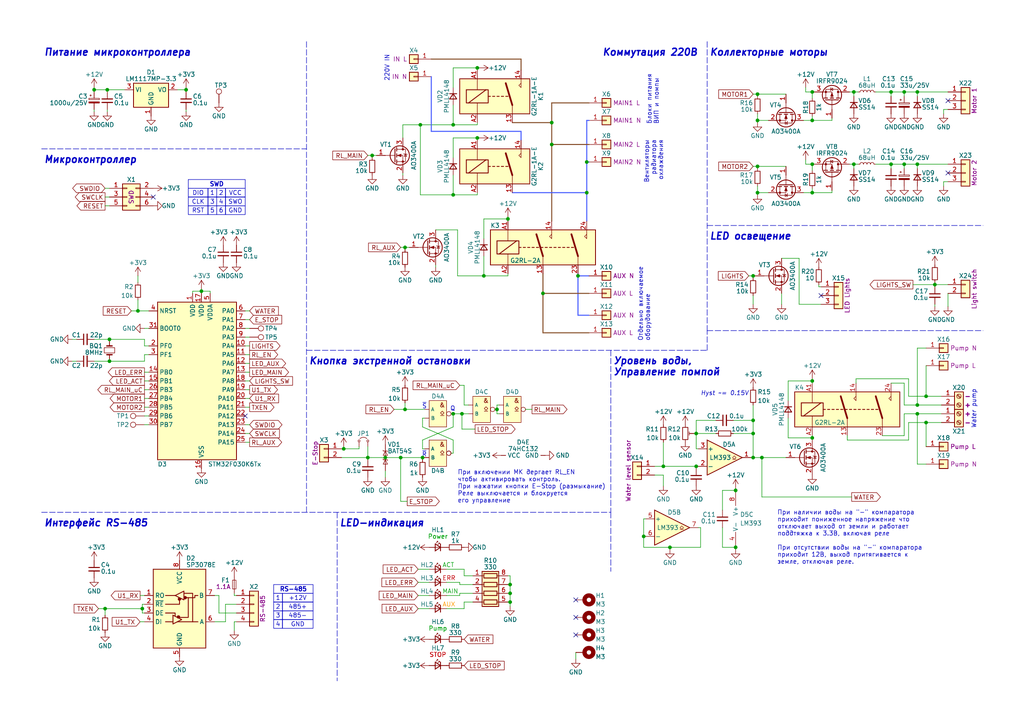
<source format=kicad_sch>
(kicad_sch (version 20230121) (generator eeschema)

  (uuid 6450e7fa-7a31-4aa4-8e80-7e6cbe2452fc)

  (paper "A4")

  (title_block
    (title "RS485_Relay V2 module")
    (rev "1")
    (company "ООО \"Экросхим\"")
    (comment 1 "Anton Mukhin")
  )

  

  (junction (at 262.255 26.67) (diameter 0) (color 0 0 0 0)
    (uuid 025861c3-9559-4ee6-bd02-0a9dcb606de5)
  )
  (junction (at 266.065 47.625) (diameter 0) (color 0 0 0 0)
    (uuid 05ea3b54-db05-475d-8a61-c27f7472cb87)
  )
  (junction (at 235.585 34.925) (diameter 0) (color 0 0 0 0)
    (uuid 077cc5b7-ff23-4099-afa7-545f65105d99)
  )
  (junction (at 219.71 55.88) (diameter 0) (color 0 0 0 0)
    (uuid 0c0c38bb-ac3c-4f33-b3d5-7001cf3cf660)
  )
  (junction (at 131.445 56.515) (diameter 0) (color 0 0 0 0)
    (uuid 0cd95bb8-82a0-46a1-911a-3d045eb8684f)
  )
  (junction (at 58.42 84.455) (diameter 0) (color 0 0 0 0)
    (uuid 0d0a0bc9-4b99-4e81-b380-c4ceadb79b11)
  )
  (junction (at 268.605 122.555) (diameter 0) (color 0 0 0 0)
    (uuid 0f5f9fd3-cad9-4fcc-a351-5391f31d8cf7)
  )
  (junction (at 235.585 26.67) (diameter 0) (color 0 0 0 0)
    (uuid 110b7e71-4eeb-4d1d-9c7c-47e1a96e68cc)
  )
  (junction (at 262.255 47.625) (diameter 0) (color 0 0 0 0)
    (uuid 1f3971c9-d882-427b-8124-4eaba1b5e5ca)
  )
  (junction (at 192.405 135.255) (diameter 0) (color 0 0 0 0)
    (uuid 2051fc95-f1ce-412d-a87f-2a94e6a96e67)
  )
  (junction (at 194.31 158.75) (diameter 0) (color 0 0 0 0)
    (uuid 2167fd11-485c-4c85-8740-09b45325c014)
  )
  (junction (at 258.445 47.625) (diameter 0) (color 0 0 0 0)
    (uuid 227cc3da-ee51-41c1-8f39-3066c60e2d00)
  )
  (junction (at 268.605 114.935) (diameter 0) (color 0 0 0 0)
    (uuid 236b0db4-28f3-4b6e-9461-70758d7bdc3b)
  )
  (junction (at 218.44 125.73) (diameter 0) (color 0 0 0 0)
    (uuid 27ea5af2-0afa-46e2-a598-2ba24dcc1ac9)
  )
  (junction (at 266.065 117.475) (diameter 0) (color 0 0 0 0)
    (uuid 293f9a76-8490-4fd0-98a0-e1c943a80e6e)
  )
  (junction (at 133.985 120.015) (diameter 0) (color 0 0 0 0)
    (uuid 2d1a3b91-6cdd-45aa-bc7e-5a1793bb6506)
  )
  (junction (at 213.36 142.24) (diameter 0) (color 0 0 0 0)
    (uuid 2e3c7c96-c41a-4fb8-8d7b-2bf0e5108e66)
  )
  (junction (at 147.955 169.545) (diameter 0) (color 0 0 0 0)
    (uuid 36a2ed52-0d63-4126-898c-85fe0410d891)
  )
  (junction (at 122.555 132.715) (diameter 0) (color 0 0 0 0)
    (uuid 37f93377-2764-4d49-9ab6-38d54ac507d2)
  )
  (junction (at 219.71 48.26) (diameter 0) (color 0 0 0 0)
    (uuid 39f20107-2c50-42ed-a7c4-57329dfe56fa)
  )
  (junction (at 220.98 132.715) (diameter 0) (color 0 0 0 0)
    (uuid 41555883-9cac-4116-8698-ba71ce74f7e4)
  )
  (junction (at 170.18 55.88) (diameter 0) (color 0 0 0 0)
    (uuid 498d0d36-9335-4244-9387-c2073cb64690)
  )
  (junction (at 235.585 47.625) (diameter 0) (color 0 0 0 0)
    (uuid 4a0c4f3b-15d0-461b-9b5b-5e6485cce6f4)
  )
  (junction (at 201.93 125.73) (diameter 0) (color 0 0 0 0)
    (uuid 4e3b8dc2-de67-49e5-abb0-3b2964777377)
  )
  (junction (at 99.695 130.175) (diameter 0) (color 0 0 0 0)
    (uuid 500bc291-74f5-404c-a54a-494e928b6b01)
  )
  (junction (at 147.955 172.085) (diameter 0) (color 0 0 0 0)
    (uuid 53022e14-a6b2-4687-8568-ed01bb0bc801)
  )
  (junction (at 218.44 132.715) (diameter 0) (color 0 0 0 0)
    (uuid 54bad2b4-13ca-4ccd-99ec-16651a6a77d5)
  )
  (junction (at 131.445 36.195) (diameter 0) (color 0 0 0 0)
    (uuid 55c7bdf3-5f8f-4771-9d1d-19fdb4d5c4ab)
  )
  (junction (at 140.335 80.01) (diameter 0) (color 0 0 0 0)
    (uuid 5b3fb723-043d-4df8-9745-53892990fd99)
  )
  (junction (at 31.75 98.425) (diameter 0) (color 0 0 0 0)
    (uuid 5b8f7dcc-5c75-4ac6-9d15-61476b3c3ab6)
  )
  (junction (at 121.92 36.195) (diameter 0) (color 0 0 0 0)
    (uuid 5d6c6750-430b-4bfe-b825-1b5354ce9c0f)
  )
  (junction (at 157.48 85.09) (diameter 0) (color 0 0 0 0)
    (uuid 65bf29da-2ed8-4872-8fd2-409bb2167fcd)
  )
  (junction (at 147.955 174.625) (diameter 0) (color 0 0 0 0)
    (uuid 66daeb34-ae29-4d79-939a-fe7740178441)
  )
  (junction (at 131.445 120.015) (diameter 0) (color 0 0 0 0)
    (uuid 67d5c6ea-8a2b-48fd-a4df-a2ed4dcd7647)
  )
  (junction (at 247.65 47.625) (diameter 0) (color 0 0 0 0)
    (uuid 6f042441-4e4f-4e2c-854b-fadc83e03487)
  )
  (junction (at 160.02 41.91) (diameter 0) (color 0 0 0 0)
    (uuid 7a74a676-8563-419b-871a-85105152586b)
  )
  (junction (at 30.48 176.53) (diameter 0) (color 0 0 0 0)
    (uuid 7b973aa7-967b-4d7c-a42d-226863a3855e)
  )
  (junction (at 218.44 80.01) (diameter 0) (color 0 0 0 0)
    (uuid 7e440e3a-3a2b-4310-a85d-704e207ca204)
  )
  (junction (at 27.305 26.035) (diameter 0) (color 0 0 0 0)
    (uuid 80103748-55ed-41b6-830a-41b5cae1ea4f)
  )
  (junction (at 41.275 176.53) (diameter 0) (color 0 0 0 0)
    (uuid 857ada16-b94d-4a33-95b4-1659a5c003cf)
  )
  (junction (at 111.76 132.715) (diameter 0) (color 0 0 0 0)
    (uuid 878ca46b-e5c5-42b7-b400-364d4b976d84)
  )
  (junction (at 271.145 82.55) (diameter 0) (color 0 0 0 0)
    (uuid 8916e602-afa6-4cba-adf2-1a6ae4a4e818)
  )
  (junction (at 247.65 26.67) (diameter 0) (color 0 0 0 0)
    (uuid 9070c74b-7696-4e92-93eb-79dd9f9bfd95)
  )
  (junction (at 201.93 135.255) (diameter 0) (color 0 0 0 0)
    (uuid 933f608a-7f52-47ea-b469-7b36181f332c)
  )
  (junction (at 117.475 71.755) (diameter 0) (color 0 0 0 0)
    (uuid 96d486fe-3702-4d60-a82f-e8ed9056080c)
  )
  (junction (at 116.205 132.715) (diameter 0) (color 0 0 0 0)
    (uuid a1402cfd-4257-40d0-9e4a-6cc726dc085d)
  )
  (junction (at 160.02 35.56) (diameter 0) (color 0 0 0 0)
    (uuid aa2ce4ee-985d-41f9-bb0f-f48491d63740)
  )
  (junction (at 266.065 120.015) (diameter 0) (color 0 0 0 0)
    (uuid aaedd42c-4232-4c1f-93d2-69c5641e2ad6)
  )
  (junction (at 138.43 40.005) (diameter 0) (color 0 0 0 0)
    (uuid b02e3344-22f9-42e7-866f-9e0b640cc9ac)
  )
  (junction (at 219.71 34.925) (diameter 0) (color 0 0 0 0)
    (uuid b1393ca2-d170-4656-923e-9350fbbcec10)
  )
  (junction (at 53.975 26.035) (diameter 0) (color 0 0 0 0)
    (uuid b62da96e-bb76-44fd-b2a1-0217c85053cd)
  )
  (junction (at 107.95 45.085) (diameter 0) (color 0 0 0 0)
    (uuid bdfb88c2-9246-4b92-85b9-7d4fa2c8e2c0)
  )
  (junction (at 258.445 26.67) (diameter 0) (color 0 0 0 0)
    (uuid bfac10f2-123d-488a-bc50-e2754c4c3ccd)
  )
  (junction (at 31.75 104.775) (diameter 0) (color 0 0 0 0)
    (uuid c26f93a6-4f08-4fc2-b35b-6c12c5252821)
  )
  (junction (at 31.115 26.035) (diameter 0) (color 0 0 0 0)
    (uuid c540ea47-b008-4fc7-802c-fd2fb31c75cc)
  )
  (junction (at 40.005 90.17) (diameter 0) (color 0 0 0 0)
    (uuid c69ece61-cf8a-4a14-a080-5b124fc14304)
  )
  (junction (at 218.44 121.92) (diameter 0) (color 0 0 0 0)
    (uuid caa25b21-7042-49b5-ba8e-e650c97121b1)
  )
  (junction (at 235.585 127) (diameter 0) (color 0 0 0 0)
    (uuid cabf4744-c332-47ee-8f69-efbc1a99fbd1)
  )
  (junction (at 170.18 46.99) (diameter 0) (color 0 0 0 0)
    (uuid cbb40fd7-82dd-4cf5-bf6b-c000bf2d792f)
  )
  (junction (at 186.69 155.575) (diameter 0) (color 0 0 0 0)
    (uuid cc605d83-b9bc-4e7b-85f5-4ff3119684c8)
  )
  (junction (at 147.32 63.5) (diameter 0) (color 0 0 0 0)
    (uuid d2820321-1327-4d7c-8be3-3164991c35f7)
  )
  (junction (at 144.145 118.745) (diameter 0) (color 0 0 0 0)
    (uuid d31ee352-9853-40f1-a9e6-f711a7f6e079)
  )
  (junction (at 213.36 158.75) (diameter 0) (color 0 0 0 0)
    (uuid d8578f05-a456-4a12-936b-72167241647f)
  )
  (junction (at 235.585 55.88) (diameter 0) (color 0 0 0 0)
    (uuid db0d85a7-3928-429b-ae8a-a3e1f08e4e28)
  )
  (junction (at 167.64 80.01) (diameter 0) (color 0 0 0 0)
    (uuid dc6b09a6-c221-4183-a6ac-89d66c1a8ba2)
  )
  (junction (at 138.43 19.685) (diameter 0) (color 0 0 0 0)
    (uuid df8ba9ac-3cb7-4cae-ba74-a19d4fdf57d1)
  )
  (junction (at 235.585 110.49) (diameter 0) (color 0 0 0 0)
    (uuid dfebfafd-ac40-415b-8d6f-168a5f120789)
  )
  (junction (at 266.065 26.67) (diameter 0) (color 0 0 0 0)
    (uuid e6dbe63b-48bb-4339-8bb7-c2978fe186fa)
  )
  (junction (at 106.68 132.715) (diameter 0) (color 0 0 0 0)
    (uuid ead377f6-9f70-46d5-99a7-71cf222f7994)
  )
  (junction (at 117.475 118.745) (diameter 0) (color 0 0 0 0)
    (uuid f09829d1-30a2-4b66-b1a1-f55c538c91a8)
  )
  (junction (at 219.71 27.305) (diameter 0) (color 0 0 0 0)
    (uuid ffcdf3fd-3f76-49e3-aa46-7be728dc307c)
  )

  (no_connect (at 71.12 120.65) (uuid 03f8abea-e6c1-455c-84e4-6cd5273dad97))
  (no_connect (at 167.005 184.15) (uuid 1c44ba37-14b3-405b-a54f-e7dcfcad7590))
  (no_connect (at 238.125 85.725) (uuid 31a690ea-4b5b-43ad-9006-4510d71109a9))
  (no_connect (at 44.45 57.15) (uuid 684d7b93-7724-429f-9672-a6aac24ff43d))
  (no_connect (at 167.005 179.07) (uuid 96716cc6-9055-4b35-92d8-af019611fa49))
  (no_connect (at 274.955 29.21) (uuid d3831871-95b0-42eb-bd90-4b6bf35bc9ab))
  (no_connect (at 274.955 50.165) (uuid eb12b70a-10cd-4e3c-94e6-13cdb3dd8f57))
  (no_connect (at 167.005 173.99) (uuid f8836111-faf3-43b2-8065-b2ef53ec5bf3))

  (wire (pts (xy 111.76 132.715) (xy 116.205 132.715))
    (stroke (width 0) (type default))
    (uuid 0087c397-f528-42ef-a7c1-acdd726555d9)
  )
  (wire (pts (xy 30.48 57.15) (xy 31.75 57.15))
    (stroke (width 0) (type default))
    (uuid 00b6dd6d-436d-4ce0-a32e-b73d035b4b02)
  )
  (wire (pts (xy 126.365 76.835) (xy 126.365 77.47))
    (stroke (width 0) (type default))
    (uuid 0127a94d-4374-4d4c-be2a-2d00bb563f3e)
  )
  (wire (pts (xy 201.93 135.255) (xy 202.565 135.255))
    (stroke (width 0) (type default))
    (uuid 02be5ec9-b021-4f94-b855-741a971830a5)
  )
  (wire (pts (xy 135.89 117.475) (xy 134.62 117.475))
    (stroke (width 0) (type default))
    (uuid 035dc596-e3ab-4253-9de6-17563127271c)
  )
  (wire (pts (xy 71.12 110.49) (xy 72.39 110.49))
    (stroke (width 0) (type default))
    (uuid 039410ce-cf4d-46f8-b718-73fdb47d6fdf)
  )
  (wire (pts (xy 218.44 85.725) (xy 218.44 88.265))
    (stroke (width 0) (type default))
    (uuid 040015b5-b357-4461-b05a-895138c15b93)
  )
  (wire (pts (xy 245.745 126.365) (xy 245.745 127.635))
    (stroke (width 0) (type default))
    (uuid 04155474-4984-4345-9fd9-7f0da614a137)
  )
  (wire (pts (xy 167.005 189.23) (xy 167.005 191.135))
    (stroke (width 0) (type default))
    (uuid 047109a4-8044-4b43-8813-c4cded0fffe5)
  )
  (wire (pts (xy 133.35 172.72) (xy 133.35 172.085))
    (stroke (width 0) (type default))
    (uuid 056c5ecb-4673-4d09-9185-b2dd7c23cb00)
  )
  (wire (pts (xy 30.48 176.53) (xy 41.275 176.53))
    (stroke (width 0) (type default))
    (uuid 05d85703-ced6-42c8-a0a4-fe022770cba4)
  )
  (wire (pts (xy 194.31 158.75) (xy 194.31 159.385))
    (stroke (width 0) (type default))
    (uuid 06a89d01-6bd4-4175-87b2-1fcd403c729e)
  )
  (wire (pts (xy 68.58 180.34) (xy 67.945 180.34))
    (stroke (width 0) (type default))
    (uuid 08bf49bc-949f-4c3e-8f40-c89978628c39)
  )
  (wire (pts (xy 133.35 169.545) (xy 137.16 169.545))
    (stroke (width 0) (type default))
    (uuid 09084143-c152-4d14-9cde-2875a560dc3e)
  )
  (wire (pts (xy 209.55 153.035) (xy 209.55 158.75))
    (stroke (width 0) (type default))
    (uuid 0a853dc6-dd2a-437b-a440-87521a88cf43)
  )
  (wire (pts (xy 106.68 132.715) (xy 106.68 133.35))
    (stroke (width 0) (type default))
    (uuid 0a976d54-7133-42b0-96e4-ea2b8a2cc022)
  )
  (wire (pts (xy 31.115 26.035) (xy 36.195 26.035))
    (stroke (width 0) (type default))
    (uuid 0aac398f-a3c9-4277-b714-3dff0b7b2fc8)
  )
  (wire (pts (xy 262.255 126.365) (xy 262.255 120.015))
    (stroke (width 0) (type default))
    (uuid 0b8f9e17-8cce-42c6-b8dd-dc8146f3f165)
  )
  (wire (pts (xy 118.11 145.415) (xy 116.205 145.415))
    (stroke (width 0) (type default))
    (uuid 0c014cbf-60e8-4deb-b8a0-4538efb5db7a)
  )
  (wire (pts (xy 266.065 117.475) (xy 273.05 117.475))
    (stroke (width 0) (type default))
    (uuid 0ce04c61-c60f-4cfb-bf55-590783100c57)
  )
  (wire (pts (xy 147.32 169.545) (xy 147.955 169.545))
    (stroke (width 0) (type default))
    (uuid 0d09c338-b37f-46e3-b77c-ae4bcd93c8f6)
  )
  (polyline (pts (xy 88.9 12.065) (xy 88.9 148.59))
    (stroke (width 0) (type dash))
    (uuid 0df5bca9-5c26-4f85-9f2d-852a70bd0685)
  )

  (wire (pts (xy 140.335 63.5) (xy 147.32 63.5))
    (stroke (width 0) (type default))
    (uuid 0e99f3c7-2cbb-4a42-98d1-c3c2ed503082)
  )
  (wire (pts (xy 262.255 117.475) (xy 266.065 117.475))
    (stroke (width 0) (type default))
    (uuid 0edeeff1-4a45-44cc-93d7-665a2028f2bf)
  )
  (wire (pts (xy 268.605 134.62) (xy 266.065 134.62))
    (stroke (width 0) (type default))
    (uuid 0f1b1797-6c66-4d5a-be42-1e1cf8f1d0d5)
  )
  (wire (pts (xy 41.91 104.775) (xy 31.75 104.775))
    (stroke (width 0) (type default))
    (uuid 0f79eee7-bcf2-4b1b-9087-ff8e92ab9861)
  )
  (wire (pts (xy 228.6 121.285) (xy 228.6 127))
    (stroke (width 0) (type default))
    (uuid 12176ba6-4a54-41b2-bece-0a02fe2b49c4)
  )
  (wire (pts (xy 233.045 55.88) (xy 235.585 55.88))
    (stroke (width 0) (type default))
    (uuid 123a1267-58f1-4fd3-ae03-42297840b3ce)
  )
  (wire (pts (xy 147.955 174.625) (xy 147.955 175.895))
    (stroke (width 0) (type default))
    (uuid 12d537bf-e329-4383-8179-4d6d5bef6387)
  )
  (wire (pts (xy 131.445 45.72) (xy 131.445 40.005))
    (stroke (width 0) (type default))
    (uuid 12d7248f-4b18-4f13-8c77-1634e091e700)
  )
  (wire (pts (xy 134.62 111.76) (xy 133.35 111.76))
    (stroke (width 0) (type default))
    (uuid 13db0860-7d38-407c-99d7-551a3bfcd905)
  )
  (wire (pts (xy 20.955 98.425) (xy 22.225 98.425))
    (stroke (width 0) (type default))
    (uuid 1419981e-88bf-4db6-b1db-ab5777992550)
  )
  (wire (pts (xy 53.975 26.035) (xy 53.975 26.67))
    (stroke (width 0) (type default))
    (uuid 1477ee0f-c249-411e-a382-ca1ec47e4edd)
  )
  (wire (pts (xy 41.91 98.425) (xy 31.75 98.425))
    (stroke (width 0) (type default))
    (uuid 15029913-33db-498e-b216-9fb60a7b72f0)
  )
  (wire (pts (xy 201.93 121.92) (xy 201.93 125.73))
    (stroke (width 0) (type default))
    (uuid 160541d6-d991-4aa3-b659-09c666c96545)
  )
  (wire (pts (xy 138.43 19.685) (xy 138.43 20.32))
    (stroke (width 0) (type default))
    (uuid 166338aa-4e3b-4f51-b567-4f99a0042745)
  )
  (wire (pts (xy 247.65 47.625) (xy 247.65 48.895))
    (stroke (width 0) (type default))
    (uuid 17007c84-cfc1-4253-8728-4f744ac2a149)
  )
  (wire (pts (xy 192.405 137.795) (xy 192.405 140.97))
    (stroke (width 0) (type default))
    (uuid 17d9b1b6-6c2d-46eb-b69a-1d98ee0826fb)
  )
  (wire (pts (xy 231.775 74.93) (xy 226.695 74.93))
    (stroke (width 0) (type default))
    (uuid 1837ad3e-570d-4b00-99e5-63c9573acc2d)
  )
  (wire (pts (xy 235.585 26.67) (xy 236.22 26.67))
    (stroke (width 0) (type default))
    (uuid 1b1acf1b-47b3-4766-a109-55f9b7ea8341)
  )
  (wire (pts (xy 71.12 100.33) (xy 72.39 100.33))
    (stroke (width 0) (type default))
    (uuid 1b6f73a7-7126-47d7-8ad6-9570e460c61a)
  )
  (wire (pts (xy 235.585 126.365) (xy 235.585 127))
    (stroke (width 0) (type default))
    (uuid 1c271aac-4ec3-43e9-a766-e3a52872b154)
  )
  (wire (pts (xy 218.44 48.26) (xy 219.71 48.26))
    (stroke (width 0) (type default))
    (uuid 1d23b895-4f35-4397-a268-f72f0114a51f)
  )
  (wire (pts (xy 71.12 123.19) (xy 72.39 123.19))
    (stroke (width 0) (type default))
    (uuid 1df18233-294b-4e69-b9ab-13113479077b)
  )
  (wire (pts (xy 43.18 102.87) (xy 41.91 102.87))
    (stroke (width 0) (type default))
    (uuid 1e47a892-eaf6-495e-a803-5e7f85b050a7)
  )
  (wire (pts (xy 28.575 176.53) (xy 30.48 176.53))
    (stroke (width 0) (type default))
    (uuid 1e81dc6a-26e3-490d-ac33-dd1398cece90)
  )
  (wire (pts (xy 231.775 88.265) (xy 231.775 74.93))
    (stroke (width 0) (type default))
    (uuid 2025d6cd-e377-49c6-be1d-5c645c4db21b)
  )
  (wire (pts (xy 68.58 172.72) (xy 67.945 172.72))
    (stroke (width 0) (type default))
    (uuid 2269f297-920d-4853-b6af-0344ca220164)
  )
  (wire (pts (xy 274.955 52.705) (xy 273.685 52.705))
    (stroke (width 0) (type default))
    (uuid 22a6a1d7-9c18-4e53-8439-0f528505a962)
  )
  (wire (pts (xy 67.945 180.34) (xy 67.945 182.88))
    (stroke (width 0) (type default))
    (uuid 232481bf-fde3-48ad-8c36-47b49ba9314d)
  )
  (wire (pts (xy 170.18 46.99) (xy 170.18 55.88))
    (stroke (width 0.3) (type default) (color 71 92 255 1))
    (uuid 23c4c183-5196-4ad3-8917-ab3a5b65235c)
  )
  (wire (pts (xy 152.4 118.745) (xy 154.305 118.745))
    (stroke (width 0) (type default))
    (uuid 23eec670-03f3-4416-9740-c83aad4d2fb0)
  )
  (wire (pts (xy 247.015 144.145) (xy 220.98 144.145))
    (stroke (width 0) (type default))
    (uuid 23f20a31-404e-4134-9d1e-8b5d4e912506)
  )
  (wire (pts (xy 132.715 80.01) (xy 140.335 80.01))
    (stroke (width 0) (type default))
    (uuid 244b66ce-d91d-4dc1-b96b-6335ca8812a0)
  )
  (wire (pts (xy 233.045 34.925) (xy 235.585 34.925))
    (stroke (width 0) (type default))
    (uuid 2548f921-b2b7-454d-8a1f-692da923f004)
  )
  (wire (pts (xy 218.44 80.01) (xy 218.44 80.645))
    (stroke (width 0) (type default))
    (uuid 2666ef53-0e18-4d64-9516-0bf12c479c20)
  )
  (wire (pts (xy 31.75 98.425) (xy 31.75 99.06))
    (stroke (width 0) (type default))
    (uuid 268518ad-e8fd-4cdd-bc31-61ff944e1f40)
  )
  (wire (pts (xy 219.71 48.26) (xy 227.965 48.26))
    (stroke (width 0) (type default))
    (uuid 271ff14e-a9a0-4842-8b72-2f84a917eaf3)
  )
  (wire (pts (xy 235.585 127) (xy 235.585 127.635))
    (stroke (width 0) (type default))
    (uuid 29071455-d5ff-46cc-929c-e299a5e8be09)
  )
  (wire (pts (xy 129.54 165.1) (xy 134.62 165.1))
    (stroke (width 0) (type default))
    (uuid 29ac071c-2081-4f70-83a0-542bdf7b9db9)
  )
  (wire (pts (xy 263.525 109.855) (xy 263.525 114.935))
    (stroke (width 0) (type default))
    (uuid 2c38ca7b-c644-4b12-8e81-4a3d9a6c2571)
  )
  (wire (pts (xy 38.1 90.17) (xy 40.005 90.17))
    (stroke (width 0) (type default))
    (uuid 2c38d587-cc4f-441b-9863-712b2d508a2f)
  )
  (wire (pts (xy 258.445 47.625) (xy 258.445 48.895))
    (stroke (width 0) (type default))
    (uuid 2d057875-ccf2-4298-b333-380e3eba14d0)
  )
  (wire (pts (xy 207.645 121.92) (xy 201.93 121.92))
    (stroke (width 0) (type default))
    (uuid 2d78fefa-e62f-41ed-ac94-72d24a5450e4)
  )
  (wire (pts (xy 144.145 117.475) (xy 144.78 117.475))
    (stroke (width 0) (type default))
    (uuid 2df62fbf-5507-46a8-b940-07f3af28b595)
  )
  (wire (pts (xy 41.91 115.57) (xy 43.18 115.57))
    (stroke (width 0) (type default))
    (uuid 2f86537e-afb2-48c2-9a0f-1a81b5c37a9b)
  )
  (wire (pts (xy 30.48 54.61) (xy 31.75 54.61))
    (stroke (width 0) (type default))
    (uuid 301684d8-09d6-4759-bbdd-173ee1a0597a)
  )
  (wire (pts (xy 40.005 86.995) (xy 40.005 90.17))
    (stroke (width 0) (type default))
    (uuid 304f4f5a-b256-4752-9b0e-640b9f5a6a37)
  )
  (wire (pts (xy 268.605 122.555) (xy 273.05 122.555))
    (stroke (width 0) (type default))
    (uuid 30e71616-9ae5-443f-a370-accdb2fffd86)
  )
  (wire (pts (xy 233.68 25.4) (xy 233.68 26.67))
    (stroke (width 0) (type default))
    (uuid 313adca8-0e6b-47dc-ba38-9e0b7f573117)
  )
  (wire (pts (xy 258.445 111.125) (xy 262.255 111.125))
    (stroke (width 0) (type default))
    (uuid 3140fe28-db81-4e64-952a-3c17cd55cb3c)
  )
  (wire (pts (xy 51.435 26.035) (xy 53.975 26.035))
    (stroke (width 0) (type default))
    (uuid 31ae2781-f7b0-46d5-aaed-883848cb20df)
  )
  (wire (pts (xy 71.12 97.79) (xy 72.39 97.79))
    (stroke (width 0) (type default))
    (uuid 34aa6a88-7b00-4893-8905-6f101bf6ffdd)
  )
  (wire (pts (xy 41.91 110.49) (xy 43.18 110.49))
    (stroke (width 0) (type default))
    (uuid 35e0aadf-ad93-462c-98e4-5d2dd9c3f490)
  )
  (wire (pts (xy 71.12 107.95) (xy 72.39 107.95))
    (stroke (width 0) (type default))
    (uuid 36b52cc7-e3ba-4c09-9df9-5a0b999472bd)
  )
  (wire (pts (xy 147.32 62.865) (xy 147.32 63.5))
    (stroke (width 0) (type default))
    (uuid 36e21bb9-d472-4606-b219-72d13a31128d)
  )
  (wire (pts (xy 268.605 114.935) (xy 273.05 114.935))
    (stroke (width 0) (type default))
    (uuid 373822e3-5a97-4dad-a253-ddc3b793d064)
  )
  (wire (pts (xy 170.18 34.925) (xy 170.18 46.99))
    (stroke (width 0.3) (type default) (color 71 92 255 1))
    (uuid 37412a9b-3b26-4b3e-b60c-0305e2b92acb)
  )
  (wire (pts (xy 140.335 69.215) (xy 140.335 63.5))
    (stroke (width 0) (type default))
    (uuid 375c1751-a710-4d71-be91-e86967a0cef8)
  )
  (wire (pts (xy 263.525 127.635) (xy 263.525 122.555))
    (stroke (width 0) (type default))
    (uuid 376bca86-867e-4d53-852c-42d2f56c4e61)
  )
  (wire (pts (xy 271.145 81.915) (xy 271.145 82.55))
    (stroke (width 0) (type default))
    (uuid 38ebca48-4df0-4240-a15f-c3fc957bc2d5)
  )
  (wire (pts (xy 219.71 34.925) (xy 222.885 34.925))
    (stroke (width 0) (type default))
    (uuid 39379aa3-2552-42d3-843f-7f19e25667ba)
  )
  (wire (pts (xy 133.985 124.46) (xy 133.985 120.015))
    (stroke (width 0) (type default))
    (uuid 395a4b76-048b-4f4e-aba9-cb12586957de)
  )
  (wire (pts (xy 71.12 115.57) (xy 72.39 115.57))
    (stroke (width 0) (type default))
    (uuid 39d40975-8197-4c2b-a312-2c27eda6798c)
  )
  (wire (pts (xy 151.13 38.1) (xy 151.13 40.64))
    (stroke (width 0.3) (type default) (color 71 92 255 1))
    (uuid 3baa2eed-40a7-4c3f-a5b1-0b26f695c977)
  )
  (wire (pts (xy 148.59 55.88) (xy 170.18 55.88))
    (stroke (width 0.3) (type default) (color 71 92 255 1))
    (uuid 3bf94c49-23b5-4abb-835a-25378c11868b)
  )
  (wire (pts (xy 68.58 177.8) (xy 63.5 177.8))
    (stroke (width 0) (type default))
    (uuid 3d019a5a-36ba-46dd-b2d0-93bbb6a31dc4)
  )
  (wire (pts (xy 245.745 127.635) (xy 263.525 127.635))
    (stroke (width 0) (type default))
    (uuid 3fbcd283-7830-480e-85cd-7cba1be4230a)
  )
  (wire (pts (xy 67.945 172.72) (xy 67.945 172.085))
    (stroke (width 0) (type default))
    (uuid 3ffce9ea-6a9c-4605-bd4a-eafd6ddb5e31)
  )
  (wire (pts (xy 160.02 29.845) (xy 170.815 29.845))
    (stroke (width 0.3) (type default) (color 136 81 44 1))
    (uuid 40b59981-6f35-4443-af07-2374e49aa43e)
  )
  (wire (pts (xy 122.555 121.285) (xy 122.555 123.825))
    (stroke (width 0) (type default))
    (uuid 4132ff43-cd91-4b3d-843a-a8ca17d78f89)
  )
  (wire (pts (xy 126.365 66.675) (xy 132.715 66.675))
    (stroke (width 0) (type default))
    (uuid 4134e379-48a7-49e1-a2be-348d77cc34ff)
  )
  (wire (pts (xy 53.975 31.75) (xy 53.975 32.385))
    (stroke (width 0) (type default))
    (uuid 42887598-d59a-4185-8612-8657061760b6)
  )
  (wire (pts (xy 41.91 113.03) (xy 43.18 113.03))
    (stroke (width 0) (type default))
    (uuid 44b6fe80-91ab-43e9-a632-867442d8f3b4)
  )
  (wire (pts (xy 209.55 142.24) (xy 213.36 142.24))
    (stroke (width 0) (type default))
    (uuid 44ef3b3f-9bc1-49da-8c34-cc97a71e22be)
  )
  (wire (pts (xy 41.91 123.19) (xy 43.18 123.19))
    (stroke (width 0) (type default))
    (uuid 45820cd6-08f6-4824-980d-1f569f0327ad)
  )
  (wire (pts (xy 134.62 176.53) (xy 134.62 174.625))
    (stroke (width 0) (type default))
    (uuid 45f8731c-3f36-4c35-b2eb-90fe14eeb5bb)
  )
  (wire (pts (xy 217.17 80.01) (xy 218.44 80.01))
    (stroke (width 0) (type default))
    (uuid 466a55a9-ee42-4c7c-be78-54216c47c7a4)
  )
  (wire (pts (xy 20.955 104.775) (xy 22.225 104.775))
    (stroke (width 0) (type default))
    (uuid 480c20a0-9ddd-41b0-a9cb-60485c9e28c8)
  )
  (wire (pts (xy 58.42 83.82) (xy 58.42 84.455))
    (stroke (width 0) (type default))
    (uuid 488548fb-d2dc-44b0-8bb4-71620ba7080f)
  )
  (wire (pts (xy 235.585 54.61) (xy 235.585 55.88))
    (stroke (width 0) (type default))
    (uuid 492d00f2-58e2-45f1-81f5-f0e5ec09d003)
  )
  (wire (pts (xy 58.42 84.455) (xy 60.96 84.455))
    (stroke (width 0) (type default))
    (uuid 4938b4f9-ea85-4690-8900-64894491e7a5)
  )
  (wire (pts (xy 125.095 22.225) (xy 125.095 38.1))
    (stroke (width 0.3) (type default) (color 71 92 255 1))
    (uuid 49934d4f-2253-4db0-b51e-d6fd80adfbe5)
  )
  (wire (pts (xy 131.445 36.195) (xy 138.43 36.195))
    (stroke (width 0) (type default))
    (uuid 49ea047e-e6de-4579-9349-6a8ae9b32050)
  )
  (wire (pts (xy 117.475 71.755) (xy 118.745 71.755))
    (stroke (width 0) (type default))
    (uuid 4aa946cb-bf25-46f7-826c-293c98fbe0e3)
  )
  (wire (pts (xy 271.145 82.55) (xy 274.955 82.55))
    (stroke (width 0) (type default))
    (uuid 4b303469-8f29-41cb-94c8-30c9f782305b)
  )
  (wire (pts (xy 144.145 118.745) (xy 144.145 117.475))
    (stroke (width 0) (type default))
    (uuid 4c197d5c-674a-4b92-8abd-1345ada09b83)
  )
  (wire (pts (xy 218.44 132.715) (xy 218.44 125.73))
    (stroke (width 0) (type default))
    (uuid 4c6e91fd-a1d4-495b-9c2b-f93b0ced2240)
  )
  (wire (pts (xy 71.12 118.11) (xy 72.39 118.11))
    (stroke (width 0) (type default))
    (uuid 4c75a68f-9e52-420b-8b84-83c1a66ee899)
  )
  (wire (pts (xy 219.71 55.88) (xy 219.71 53.975))
    (stroke (width 0) (type default))
    (uuid 4c9293f3-ecfd-4871-bd83-b95ca7695dbb)
  )
  (wire (pts (xy 167.64 79.375) (xy 167.64 80.01))
    (stroke (width 0.3) (type default) (color 71 92 255 1))
    (uuid 4d73b166-ceff-4b25-b465-e4537ccc1bcc)
  )
  (wire (pts (xy 131.445 127.635) (xy 131.445 131.445))
    (stroke (width 0) (type default))
    (uuid 4d87ed5f-0ef1-48e0-ace6-73b7707252a9)
  )
  (wire (pts (xy 201.93 135.255) (xy 201.93 135.89))
    (stroke (width 0) (type default))
    (uuid 4e2d7d1d-ecdc-48e4-a942-2a1168097261)
  )
  (wire (pts (xy 117.475 71.755) (xy 117.475 72.39))
    (stroke (width 0) (type default))
    (uuid 4ec03816-8260-4a72-abd6-e5c7a4489bda)
  )
  (wire (pts (xy 201.295 125.73) (xy 201.93 125.73))
    (stroke (width 0) (type default))
    (uuid 4f80a63c-ed22-4a76-bdaa-f60b863c9a8a)
  )
  (wire (pts (xy 27.305 25.4) (xy 27.305 26.035))
    (stroke (width 0) (type default))
    (uuid 4f9d2a4b-73c0-48d7-86e0-af0f123e4b05)
  )
  (wire (pts (xy 231.775 88.265) (xy 238.125 88.265))
    (stroke (width 0) (type default))
    (uuid 502ecd8a-424d-4318-a8b7-a1cec5f79268)
  )
  (wire (pts (xy 117.475 118.745) (xy 123.19 118.745))
    (stroke (width 0) (type default))
    (uuid 50d899df-96c7-4ec0-b8e4-00449f2243f3)
  )
  (wire (pts (xy 219.71 35.56) (xy 219.71 34.925))
    (stroke (width 0) (type default))
    (uuid 51374a7f-a2b3-4c12-b4ef-6f53c52dbc5a)
  )
  (wire (pts (xy 40.64 172.72) (xy 41.91 172.72))
    (stroke (width 0) (type default))
    (uuid 522d026c-fa15-4e72-a6ae-ab60ed302773)
  )
  (wire (pts (xy 147.955 169.545) (xy 147.955 172.085))
    (stroke (width 0) (type default))
    (uuid 53af094c-3b85-4443-b1cb-f22e2537335b)
  )
  (wire (pts (xy 186.69 155.575) (xy 187.325 155.575))
    (stroke (width 0) (type default))
    (uuid 53ecba46-e1e6-4493-9aef-ae5da9d0a1c0)
  )
  (wire (pts (xy 104.14 130.175) (xy 99.695 130.175))
    (stroke (width 0) (type default))
    (uuid 544a5058-37cc-4756-b221-82db5dccd6ac)
  )
  (wire (pts (xy 186.69 150.495) (xy 186.69 155.575))
    (stroke (width 0) (type default))
    (uuid 546a8ea6-1b1b-4794-8d3d-7194548e7f7a)
  )
  (wire (pts (xy 40.005 80.01) (xy 40.005 81.915))
    (stroke (width 0) (type default))
    (uuid 54dd2fc5-6816-46be-966d-b9f61f9752dc)
  )
  (wire (pts (xy 266.065 134.62) (xy 266.065 120.015))
    (stroke (width 0) (type default))
    (uuid 55c3949e-17df-4067-a798-b1363c14f695)
  )
  (wire (pts (xy 116.84 36.195) (xy 121.92 36.195))
    (stroke (width 0) (type default))
    (uuid 56190ca3-f77d-40bc-8ea3-171cda205f27)
  )
  (wire (pts (xy 138.43 36.195) (xy 138.43 35.56))
    (stroke (width 0) (type default))
    (uuid 565f7233-bba9-40bd-94c1-79d796ad9051)
  )
  (polyline (pts (xy 205.105 12.065) (xy 205.105 95.885))
    (stroke (width 0) (type dash))
    (uuid 56fc567d-a8f4-493b-802d-10931682c0a2)
  )

  (wire (pts (xy 157.48 85.09) (xy 157.48 96.52))
    (stroke (width 0.3) (type default) (color 136 81 44 1))
    (uuid 5705eacb-cd84-4962-b3f8-ad6c022e80ce)
  )
  (wire (pts (xy 43.18 100.33) (xy 41.91 100.33))
    (stroke (width 0) (type default))
    (uuid 5732fba2-e5b6-456b-927f-7ceeb24b678c)
  )
  (wire (pts (xy 170.18 55.88) (xy 170.18 64.135))
    (stroke (width 0.3) (type default) (color 71 92 255 1))
    (uuid 57720bb6-c369-4651-a025-c173b5fa16df)
  )
  (wire (pts (xy 228.6 116.205) (xy 228.6 110.49))
    (stroke (width 0) (type default))
    (uuid 57d09f04-8117-4a3d-8c84-4c55ae48a135)
  )
  (wire (pts (xy 27.305 31.75) (xy 27.305 32.385))
    (stroke (width 0) (type default))
    (uuid 57d415d5-10e1-4aa7-9003-88550209902e)
  )
  (wire (pts (xy 241.3 34.29) (xy 241.3 34.925))
    (stroke (width 0) (type default))
    (uuid 5812ebd9-5bbb-4de6-90be-1eba77c34972)
  )
  (wire (pts (xy 41.91 120.65) (xy 43.18 120.65))
    (stroke (width 0) (type default))
    (uuid 58c8eb8b-ab9f-41c8-b858-4709cff7e852)
  )
  (wire (pts (xy 71.12 125.73) (xy 72.39 125.73))
    (stroke (width 0) (type default))
    (uuid 596a4b30-7f01-4264-a8f7-3a8d6b468531)
  )
  (wire (pts (xy 147.955 167.005) (xy 147.955 169.545))
    (stroke (width 0) (type default))
    (uuid 5a242407-16a2-4bcd-8c6c-ba7573d8f1cf)
  )
  (wire (pts (xy 262.255 26.67) (xy 262.255 27.94))
    (stroke (width 0) (type default))
    (uuid 5abdd6ea-48eb-41c3-ba24-83398af6370a)
  )
  (wire (pts (xy 254 47.625) (xy 258.445 47.625))
    (stroke (width 0) (type default))
    (uuid 5aff0ad4-5dd3-43c4-8519-d1f4b9c0ac8a)
  )
  (wire (pts (xy 264.795 82.55) (xy 271.145 82.55))
    (stroke (width 0) (type default))
    (uuid 5b05797f-a2e7-474a-ab65-a30c4ca810b0)
  )
  (wire (pts (xy 30.48 59.69) (xy 31.75 59.69))
    (stroke (width 0) (type default))
    (uuid 5b79d467-9504-44f9-bbec-f2e16eaa4153)
  )
  (wire (pts (xy 134.62 117.475) (xy 134.62 111.76))
    (stroke (width 0) (type default))
    (uuid 5c654d2e-0582-4dd0-b8a8-8b0e93fa5ca1)
  )
  (wire (pts (xy 140.335 74.295) (xy 140.335 80.01))
    (stroke (width 0) (type default))
    (uuid 5c981c6a-562d-40f0-b599-039ab07347a1)
  )
  (wire (pts (xy 99.06 132.715) (xy 106.68 132.715))
    (stroke (width 0) (type default))
    (uuid 5d0e0163-73ee-4b62-be27-0081be5be441)
  )
  (wire (pts (xy 132.715 66.675) (xy 132.715 80.01))
    (stroke (width 0) (type default))
    (uuid 5db25025-56d1-4768-9e9d-bf32b59fbf0b)
  )
  (wire (pts (xy 213.36 158.75) (xy 213.36 158.115))
    (stroke (width 0) (type default))
    (uuid 5f67ae0f-eba6-41c7-993f-6ef436d7795e)
  )
  (wire (pts (xy 62.23 180.34) (xy 65.405 180.34))
    (stroke (width 0) (type default))
    (uuid 5faa5585-9d8b-4653-9124-b6970ace7845)
  )
  (wire (pts (xy 254 26.67) (xy 258.445 26.67))
    (stroke (width 0) (type default))
    (uuid 5fea5bf8-6afe-4cd7-95fc-116a6436538c)
  )
  (wire (pts (xy 116.205 132.715) (xy 122.555 132.715))
    (stroke (width 0) (type default))
    (uuid 6073b45a-370a-4ca8-9140-4fd2133df01a)
  )
  (wire (pts (xy 111.76 136.525) (xy 111.76 138.43))
    (stroke (width 0) (type default))
    (uuid 6099dbc6-2874-4477-95df-be33b6128a15)
  )
  (wire (pts (xy 233.68 46.355) (xy 233.68 47.625))
    (stroke (width 0) (type default))
    (uuid 61ed032c-ef30-493f-a05f-41cc4412382a)
  )
  (wire (pts (xy 71.12 105.41) (xy 72.39 105.41))
    (stroke (width 0) (type default))
    (uuid 6231d788-23d6-4409-866c-bd53dbb4e268)
  )
  (wire (pts (xy 131.445 56.515) (xy 138.43 56.515))
    (stroke (width 0) (type default))
    (uuid 62991fe2-1f91-41e4-892c-b3ece9891185)
  )
  (wire (pts (xy 99.695 130.175) (xy 99.695 129.54))
    (stroke (width 0) (type default))
    (uuid 62ffdfc4-2f73-48e7-8276-bc8913f32562)
  )
  (wire (pts (xy 248.285 111.125) (xy 248.285 109.855))
    (stroke (width 0) (type default))
    (uuid 633e687f-292d-40b6-892e-8be15cdfa2ec)
  )
  (wire (pts (xy 144.145 120.015) (xy 144.145 118.745))
    (stroke (width 0) (type default))
    (uuid 636d342e-a19e-4f94-8fa7-82324c86244a)
  )
  (wire (pts (xy 271.145 88.9) (xy 271.145 88.265))
    (stroke (width 0) (type default))
    (uuid 640a21fb-504e-4c25-9cfa-fdf16da6c637)
  )
  (wire (pts (xy 121.92 36.195) (xy 121.92 56.515))
    (stroke (width 0) (type default))
    (uuid 64937227-b362-4edf-8d8e-dbe0f798ecf0)
  )
  (wire (pts (xy 63.5 172.72) (xy 62.23 172.72))
    (stroke (width 0) (type default))
    (uuid 66c7613d-1ba7-4f21-a26a-ebbf861d9f7f)
  )
  (wire (pts (xy 122.555 132.715) (xy 122.555 133.35))
    (stroke (width 0) (type default))
    (uuid 66f56d85-7221-457c-884b-0f546a0edf97)
  )
  (wire (pts (xy 170.815 96.52) (xy 157.48 96.52))
    (stroke (width 0.3) (type default) (color 136 81 44 1))
    (uuid 671f43b9-14a0-49b5-a8c2-b4d65bc1cba6)
  )
  (wire (pts (xy 271.145 82.55) (xy 271.145 83.185))
    (stroke (width 0) (type default))
    (uuid 6724396d-4d74-4a94-b329-12bd9577ec07)
  )
  (wire (pts (xy 241.3 55.245) (xy 241.3 55.88))
    (stroke (width 0) (type default))
    (uuid 678cad29-2dc0-4b2e-8d8b-f9722fec2f02)
  )
  (wire (pts (xy 143.51 118.745) (xy 144.145 118.745))
    (stroke (width 0) (type default))
    (uuid 6873721e-09ec-4770-ad71-b9a63d8b4ce2)
  )
  (wire (pts (xy 122.555 130.175) (xy 122.555 127.635))
    (stroke (width 0) (type default))
    (uuid 694755dc-e696-4eb3-bb0b-6ceafd018593)
  )
  (wire (pts (xy 266.065 47.625) (xy 274.955 47.625))
    (stroke (width 0) (type default))
    (uuid 695734d2-e7a0-4358-8860-7a03e4664d12)
  )
  (wire (pts (xy 131.445 120.015) (xy 133.985 120.015))
    (stroke (width 0) (type default))
    (uuid 6990f840-eaf1-4cb4-b260-f7cda3d47193)
  )
  (wire (pts (xy 40.005 90.17) (xy 43.18 90.17))
    (stroke (width 0) (type default))
    (uuid 69bbb8d9-9d8a-4498-ac55-c5e43ddafcea)
  )
  (wire (pts (xy 116.205 145.415) (xy 116.205 132.715))
    (stroke (width 0) (type default))
    (uuid 6b4dceaa-5832-405f-b9fa-266d67986d0f)
  )
  (wire (pts (xy 117.475 116.84) (xy 117.475 118.745))
    (stroke (width 0) (type default))
    (uuid 6b7a5ace-f351-43fb-b5b7-f7108d15653e)
  )
  (polyline (pts (xy 97.79 148.59) (xy 97.79 197.485))
    (stroke (width 0) (type dash))
    (uuid 6b95365f-a912-4b85-b411-0a8579c90032)
  )

  (wire (pts (xy 121.92 36.195) (xy 131.445 36.195))
    (stroke (width 0) (type default))
    (uuid 6bbbdcdc-3b2d-4613-a5c1-c4de11b6a187)
  )
  (wire (pts (xy 192.405 135.255) (xy 201.93 135.255))
    (stroke (width 0) (type default))
    (uuid 6be4df04-2801-43f8-82c2-cd9825f278a2)
  )
  (wire (pts (xy 71.12 128.27) (xy 72.39 128.27))
    (stroke (width 0) (type default))
    (uuid 706dff62-ed70-42be-b0f8-8b7dc9caa637)
  )
  (wire (pts (xy 144.145 120.015) (xy 144.78 120.015))
    (stroke (width 0) (type default))
    (uuid 710eb54a-3e24-4ca5-8465-0b057eb3e0a2)
  )
  (wire (pts (xy 30.48 176.53) (xy 30.48 178.435))
    (stroke (width 0) (type default))
    (uuid 7174493f-ff80-49cf-b07c-1ed10994d921)
  )
  (wire (pts (xy 130.81 131.445) (xy 131.445 131.445))
    (stroke (width 0) (type default))
    (uuid 71c70f2e-8854-4e5f-b140-a1bd05167268)
  )
  (wire (pts (xy 157.48 85.09) (xy 170.815 85.09))
    (stroke (width 0.3) (type default) (color 136 81 44 1))
    (uuid 72b3ff54-3ddf-41d2-bfd1-6b2c6e8c4c95)
  )
  (wire (pts (xy 187.325 150.495) (xy 186.69 150.495))
    (stroke (width 0) (type default))
    (uuid 73b8b4a2-f815-49fd-938a-6dc847e6cd77)
  )
  (wire (pts (xy 233.68 47.625) (xy 235.585 47.625))
    (stroke (width 0) (type default))
    (uuid 7466179a-3c51-4dd9-9a24-0e12b768782a)
  )
  (wire (pts (xy 212.725 121.92) (xy 218.44 121.92))
    (stroke (width 0) (type default))
    (uuid 754f382e-c0fb-48c7-8130-a3a86f669525)
  )
  (wire (pts (xy 63.5 177.8) (xy 63.5 172.72))
    (stroke (width 0) (type default))
    (uuid 75ef3f67-ad01-4045-b7b2-0a3d79d2051c)
  )
  (wire (pts (xy 247.65 47.625) (xy 248.92 47.625))
    (stroke (width 0) (type default))
    (uuid 77c6785e-0f4b-4192-b8ef-e1e1221b5405)
  )
  (wire (pts (xy 106.68 129.54) (xy 106.68 132.715))
    (stroke (width 0) (type default))
    (uuid 77ce7baa-db63-458d-a50e-b2aad2a57c74)
  )
  (wire (pts (xy 121.92 56.515) (xy 131.445 56.515))
    (stroke (width 0) (type default))
    (uuid 78990a1e-cdf7-4886-849c-264839d46865)
  )
  (wire (pts (xy 235.585 33.655) (xy 235.585 34.925))
    (stroke (width 0) (type default))
    (uuid 78ad76db-9db1-440d-a396-051ef0d0cbf6)
  )
  (wire (pts (xy 274.955 31.75) (xy 273.685 31.75))
    (stroke (width 0) (type default))
    (uuid 7964a0e5-3495-4154-a6cf-01e28ff5838a)
  )
  (wire (pts (xy 266.065 100.965) (xy 266.065 117.475))
    (stroke (width 0) (type default))
    (uuid 79c7ed57-0608-41fc-b058-576f07b33e55)
  )
  (wire (pts (xy 138.43 56.515) (xy 138.43 55.88))
    (stroke (width 0) (type default))
    (uuid 7a3310ab-1de6-4b19-bdcf-6c8aa814da3b)
  )
  (wire (pts (xy 235.585 26.67) (xy 235.585 28.575))
    (stroke (width 0) (type default))
    (uuid 7ae8978e-9218-4f3c-8680-9ae17f017631)
  )
  (wire (pts (xy 147.32 167.005) (xy 147.955 167.005))
    (stroke (width 0) (type default))
    (uuid 7c12b03d-5050-4e09-9862-04d1a1eb7ffc)
  )
  (wire (pts (xy 186.69 158.75) (xy 194.31 158.75))
    (stroke (width 0) (type default))
    (uuid 7d08e5e6-ff3c-4a0c-84e9-43f7f478bff8)
  )
  (wire (pts (xy 99.06 130.175) (xy 99.695 130.175))
    (stroke (width 0) (type default))
    (uuid 7db04ce7-91d1-4647-900c-995636e3c49f)
  )
  (wire (pts (xy 134.62 167.005) (xy 137.16 167.005))
    (stroke (width 0) (type default))
    (uuid 7e335b74-bcc5-4cd7-aaac-bb12ad746ce3)
  )
  (wire (pts (xy 218.44 27.305) (xy 219.71 27.305))
    (stroke (width 0) (type default))
    (uuid 7f1ef898-9034-4a43-a470-29fcba775263)
  )
  (polyline (pts (xy 12.065 148.59) (xy 177.165 148.59))
    (stroke (width 0) (type dash))
    (uuid 7f87af2a-756a-48bf-ad01-db0742adf1b1)
  )

  (wire (pts (xy 41.275 175.26) (xy 41.91 175.26))
    (stroke (width 0) (type default))
    (uuid 7fbfb361-2929-4508-a276-b29d0834cbbc)
  )
  (wire (pts (xy 104.14 129.54) (xy 104.14 130.175))
    (stroke (width 0) (type default))
    (uuid 804221df-0449-4049-874b-46ba65c6bcaf)
  )
  (wire (pts (xy 147.32 80.01) (xy 147.32 79.375))
    (stroke (width 0) (type default))
    (uuid 8245e9d9-a2a0-4d1d-be03-a4907ca3dddd)
  )
  (wire (pts (xy 220.98 144.145) (xy 220.98 132.715))
    (stroke (width 0) (type default))
    (uuid 8363405e-abcb-477f-a8a1-0ea72c89cd42)
  )
  (wire (pts (xy 266.065 120.015) (xy 273.05 120.015))
    (stroke (width 0) (type default))
    (uuid 84cc607a-ee77-418b-8da5-a0c6a9236db0)
  )
  (wire (pts (xy 268.605 106.045) (xy 268.605 114.935))
    (stroke (width 0) (type default))
    (uuid 856bf4b0-d492-4e7b-b955-2be9c945f511)
  )
  (wire (pts (xy 131.445 25.4) (xy 131.445 19.685))
    (stroke (width 0) (type default))
    (uuid 869eb0bc-4abf-4193-a413-2046507f3747)
  )
  (wire (pts (xy 219.71 56.515) (xy 219.71 55.88))
    (stroke (width 0) (type default))
    (uuid 87dedfed-8a43-47e2-ac4f-feb7d9b739c2)
  )
  (wire (pts (xy 122.555 123.825) (xy 131.445 127.635))
    (stroke (width 0) (type default))
    (uuid 89b76f65-71eb-4875-84bb-1f4a73478ec5)
  )
  (wire (pts (xy 107.95 45.085) (xy 109.22 45.085))
    (stroke (width 0) (type default))
    (uuid 8a01086a-23e2-4a7c-bb53-6fa2066217f9)
  )
  (polyline (pts (xy 88.9 101.6) (xy 205.105 101.6))
    (stroke (width 0) (type dash))
    (uuid 8a201f7f-6671-49c6-994c-60f4496ff031)
  )

  (wire (pts (xy 273.685 52.705) (xy 273.685 53.975))
    (stroke (width 0) (type default))
    (uuid 8c248a60-c7f1-4cb3-a2ad-03d21bc71ab3)
  )
  (wire (pts (xy 213.36 141.605) (xy 213.36 142.24))
    (stroke (width 0) (type default))
    (uuid 8c414ec5-1089-4c02-bf8f-2e83624bcf33)
  )
  (wire (pts (xy 255.905 126.365) (xy 262.255 126.365))
    (stroke (width 0) (type default))
    (uuid 8d38f0b4-435d-4e8e-9647-8f123d560815)
  )
  (wire (pts (xy 247.65 26.67) (xy 247.65 27.94))
    (stroke (width 0) (type default))
    (uuid 8e4fa7d1-a5d6-4e81-bc4e-997109aa53e7)
  )
  (wire (pts (xy 55.88 85.09) (xy 55.88 84.455))
    (stroke (width 0) (type default))
    (uuid 8ec6cbe7-a106-4031-94be-28b2ca17de30)
  )
  (polyline (pts (xy 12.065 43.18) (xy 88.9 43.18))
    (stroke (width 0) (type dash))
    (uuid 8f5ad8cb-9bf2-4e63-a1a0-d66927564962)
  )
  (polyline (pts (xy 205.105 65.405) (xy 285.115 65.405))
    (stroke (width 0) (type dash))
    (uuid 90019100-8286-421a-8ebb-5b3ddbb6ab13)
  )

  (wire (pts (xy 137.795 124.46) (xy 133.985 124.46))
    (stroke (width 0) (type default))
    (uuid 91f8e8c1-a432-4251-9b27-a3cf9b4fad6b)
  )
  (wire (pts (xy 138.43 19.685) (xy 139.065 19.685))
    (stroke (width 0) (type default))
    (uuid 92075d22-763a-444d-9810-57e265e10d7b)
  )
  (wire (pts (xy 235.585 47.625) (xy 235.585 49.53))
    (stroke (width 0) (type default))
    (uuid 9208a60d-e3fd-41da-855f-6d415ac3f37f)
  )
  (wire (pts (xy 121.285 172.72) (xy 124.46 172.72))
    (stroke (width 0) (type default))
    (uuid 9449c85b-39f8-4240-84f2-fb197b5b225c)
  )
  (wire (pts (xy 116.84 40.005) (xy 116.84 36.195))
    (stroke (width 0) (type default))
    (uuid 94778c6d-9e70-43c1-a18f-b9979a73bb09)
  )
  (wire (pts (xy 125.095 17.145) (xy 151.13 17.145))
    (stroke (width 0.3) (type default) (color 136 81 44 1))
    (uuid 94ef0776-d0a4-4c34-ab69-5afd797ad2cd)
  )
  (wire (pts (xy 268.605 122.555) (xy 268.605 129.54))
    (stroke (width 0) (type default))
    (uuid 9606c441-ba34-47dd-bdb5-ca23daa41a79)
  )
  (wire (pts (xy 71.12 102.87) (xy 72.39 102.87))
    (stroke (width 0) (type default))
    (uuid 9610225d-550a-4d78-994b-a0a0d2a46c0b)
  )
  (wire (pts (xy 31.75 104.775) (xy 31.75 104.14))
    (stroke (width 0) (type default))
    (uuid 9817c5ec-97f7-4b1f-a70c-095032c5be0c)
  )
  (wire (pts (xy 192.405 128.27) (xy 192.405 135.255))
    (stroke (width 0) (type default))
    (uuid 98537540-0522-44d4-8bf0-39f1473d525e)
  )
  (wire (pts (xy 228.6 127) (xy 235.585 127))
    (stroke (width 0) (type default))
    (uuid 9955327c-8817-477d-8883-6b9eba8ebeed)
  )
  (wire (pts (xy 189.865 137.795) (xy 192.405 137.795))
    (stroke (width 0) (type default))
    (uuid 997d7afe-7ee1-46ed-a9e1-cd5bc99e2661)
  )
  (wire (pts (xy 131.445 19.685) (xy 138.43 19.685))
    (stroke (width 0) (type default))
    (uuid 9a43de1a-3bfa-4b0d-b934-01021d94d143)
  )
  (wire (pts (xy 209.55 158.75) (xy 213.36 158.75))
    (stroke (width 0) (type default))
    (uuid 9abf324e-a81b-4928-9483-ff9db5de0796)
  )
  (wire (pts (xy 219.71 34.925) (xy 219.71 33.02))
    (stroke (width 0) (type default))
    (uuid 9b08200f-b71e-4ed8-92a5-539c80c165a1)
  )
  (wire (pts (xy 147.32 174.625) (xy 147.955 174.625))
    (stroke (width 0) (type default))
    (uuid 9beab7a3-5b9d-4d58-8d7e-b3fcb7eb517b)
  )
  (wire (pts (xy 237.49 82.55) (xy 237.49 83.185))
    (stroke (width 0) (type default))
    (uuid 9c8e9328-ff1a-43ba-bfc1-4e3e0c271d72)
  )
  (wire (pts (xy 53.975 25.4) (xy 53.975 26.035))
    (stroke (width 0) (type default))
    (uuid 9cbfc92f-b754-495f-a385-a6daa665b57a)
  )
  (wire (pts (xy 65.405 175.26) (xy 68.58 175.26))
    (stroke (width 0) (type default))
    (uuid 9d7ec9ae-303b-4d6b-8a51-223b3b41fccb)
  )
  (wire (pts (xy 170.18 46.99) (xy 170.815 46.99))
    (stroke (width 0.3) (type default) (color 71 92 255 1))
    (uuid 9e73013f-f502-497e-bb78-e5fbee8b235c)
  )
  (wire (pts (xy 121.285 165.1) (xy 124.46 165.1))
    (stroke (width 0) (type default))
    (uuid 9ecbdbe5-32aa-4587-ada8-2871b259b4a7)
  )
  (wire (pts (xy 138.43 40.005) (xy 138.43 40.64))
    (stroke (width 0) (type default))
    (uuid 9f4a00ae-eb09-404f-8d5b-2039511a6eaa)
  )
  (wire (pts (xy 27.305 104.775) (xy 31.75 104.775))
    (stroke (width 0) (type default))
    (uuid a1df118b-91a9-400f-88a7-ec4c8f265d47)
  )
  (wire (pts (xy 133.985 120.015) (xy 135.89 120.015))
    (stroke (width 0) (type default))
    (uuid a355aeea-ead6-41a0-8679-d12e95bd6ed8)
  )
  (wire (pts (xy 129.54 172.72) (xy 133.35 172.72))
    (stroke (width 0) (type default))
    (uuid a40a8968-4149-4e88-aa59-3d21a64d7205)
  )
  (wire (pts (xy 167.64 80.01) (xy 167.64 91.44))
    (stroke (width 0.3) (type default) (color 71 92 255 1))
    (uuid a41399cd-7949-4957-b379-f27122fff3ff)
  )
  (wire (pts (xy 217.805 132.715) (xy 218.44 132.715))
    (stroke (width 0) (type default))
    (uuid a4240f2c-cb46-4eae-aa74-45ae73cd2960)
  )
  (wire (pts (xy 248.285 109.855) (xy 263.525 109.855))
    (stroke (width 0) (type default))
    (uuid a533219c-3f77-45e4-ac5d-d304665afa94)
  )
  (wire (pts (xy 160.02 41.91) (xy 160.02 35.56))
    (stroke (width 0.3) (type default) (color 136 81 44 1))
    (uuid a75e5957-edc8-43ba-8feb-bc3aa18a5b46)
  )
  (wire (pts (xy 106.68 45.085) (xy 107.95 45.085))
    (stroke (width 0) (type default))
    (uuid a7e65006-c0ba-4756-b784-a91a1e3b9644)
  )
  (wire (pts (xy 228.6 110.49) (xy 235.585 110.49))
    (stroke (width 0) (type default))
    (uuid a85c0e7b-56cf-48a6-8db5-83ac9db09c3e)
  )
  (wire (pts (xy 235.585 34.925) (xy 241.3 34.925))
    (stroke (width 0) (type default))
    (uuid a8b48557-71aa-41f6-91b1-b0c2a5453786)
  )
  (wire (pts (xy 121.285 168.91) (xy 124.46 168.91))
    (stroke (width 0) (type default))
    (uuid a9abe008-d478-4cb4-9a14-f39b310ae853)
  )
  (wire (pts (xy 131.445 123.825) (xy 131.445 120.015))
    (stroke (width 0) (type default))
    (uuid aa98e6b5-e22c-4b69-bebd-1ef7eed62234)
  )
  (wire (pts (xy 41.91 177.8) (xy 41.275 177.8))
    (stroke (width 0) (type default))
    (uuid ab2a2858-d867-41cc-befc-416034052167)
  )
  (wire (pts (xy 125.095 38.1) (xy 151.13 38.1))
    (stroke (width 0.3) (type default) (color 71 92 255 1))
    (uuid ab6ca7ce-3b85-42c3-9708-4bdb88dc38f5)
  )
  (wire (pts (xy 226.695 85.09) (xy 226.695 88.265))
    (stroke (width 0) (type default))
    (uuid ac4b5141-6fd0-4c37-92a0-f3fe91107516)
  )
  (wire (pts (xy 121.285 176.53) (xy 124.46 176.53))
    (stroke (width 0) (type default))
    (uuid acab5593-56a5-4450-a66c-0d6e9a018a59)
  )
  (wire (pts (xy 140.335 80.01) (xy 147.32 80.01))
    (stroke (width 0) (type default))
    (uuid adbba161-f053-4a48-b83e-6a1c75f42266)
  )
  (wire (pts (xy 218.44 121.92) (xy 218.44 117.475))
    (stroke (width 0) (type default))
    (uuid ae070729-ceee-4796-b2d3-7baf20231a7f)
  )
  (wire (pts (xy 219.71 27.305) (xy 219.71 27.94))
    (stroke (width 0) (type default))
    (uuid ae6ff1ba-bcd3-41f1-af88-6cc5928d10cc)
  )
  (wire (pts (xy 218.44 125.73) (xy 218.44 121.92))
    (stroke (width 0) (type default))
    (uuid af1c29ba-047d-41c5-ab9c-e4edcb619a27)
  )
  (polyline (pts (xy 177.165 101.6) (xy 177.165 148.59))
    (stroke (width 0) (type dash))
    (uuid afc9571f-966f-42b5-95d1-9d95ec726604)
  )

  (wire (pts (xy 131.445 50.8) (xy 131.445 56.515))
    (stroke (width 0) (type default))
    (uuid b0303bb2-d3ef-47fb-adde-8aa6154f7293)
  )
  (wire (pts (xy 71.12 95.25) (xy 72.39 95.25))
    (stroke (width 0) (type default))
    (uuid b0317fa4-35d3-4dfa-990a-861896e01c48)
  )
  (wire (pts (xy 203.2 153.035) (xy 202.565 153.035))
    (stroke (width 0) (type default))
    (uuid b1103ed6-499f-42b2-af25-71fd75d4be4d)
  )
  (wire (pts (xy 258.445 47.625) (xy 262.255 47.625))
    (stroke (width 0) (type default))
    (uuid b17ed973-70d8-48ff-8146-4e1c6f6e7fd5)
  )
  (wire (pts (xy 41.275 177.8) (xy 41.275 176.53))
    (stroke (width 0) (type default))
    (uuid b19840c6-7a71-4788-b69d-ac2e9dfe6fce)
  )
  (polyline (pts (xy 205.105 95.885) (xy 285.115 95.885))
    (stroke (width 0) (type dash))
    (uuid b4a1fa5e-1146-4d5f-931d-4c7f77a0df6b)
  )

  (wire (pts (xy 131.445 30.48) (xy 131.445 36.195))
    (stroke (width 0) (type default))
    (uuid b6bb2a4c-bc34-4a42-a1ad-a8b8de94d894)
  )
  (wire (pts (xy 219.71 55.88) (xy 222.885 55.88))
    (stroke (width 0) (type default))
    (uuid b747ca84-6380-41a3-8e04-a12a35ea8394)
  )
  (wire (pts (xy 235.585 47.625) (xy 236.22 47.625))
    (stroke (width 0) (type default))
    (uuid b80b957c-b08d-4b5b-ab28-6b3a6af64824)
  )
  (wire (pts (xy 27.305 26.035) (xy 31.115 26.035))
    (stroke (width 0) (type default))
    (uuid b93576d1-fa20-4252-80f2-d9a0ba9bfbee)
  )
  (wire (pts (xy 129.54 168.91) (xy 133.35 168.91))
    (stroke (width 0) (type default))
    (uuid b9b07733-2922-45ff-9061-580023ee266a)
  )
  (wire (pts (xy 131.445 40.005) (xy 138.43 40.005))
    (stroke (width 0) (type default))
    (uuid ba2ebfa1-7908-43a6-9120-d4e650b660e0)
  )
  (wire (pts (xy 147.32 172.085) (xy 147.955 172.085))
    (stroke (width 0) (type default))
    (uuid bb2ddaa6-56ec-40a1-bbc8-904a5e97d7e4)
  )
  (wire (pts (xy 266.065 26.67) (xy 274.955 26.67))
    (stroke (width 0) (type default))
    (uuid bc4bc1b9-cd5f-4713-9af4-7c1eef22a37e)
  )
  (wire (pts (xy 194.31 158.75) (xy 203.2 158.75))
    (stroke (width 0) (type default))
    (uuid bd4f4e6a-66cd-4d7a-92fc-d5647463d03b)
  )
  (wire (pts (xy 130.81 120.015) (xy 131.445 120.015))
    (stroke (width 0) (type default))
    (uuid bd7a12af-58fe-48f7-a41d-081caa603478)
  )
  (wire (pts (xy 218.44 132.715) (xy 220.98 132.715))
    (stroke (width 0) (type default))
    (uuid bd84dad9-4bd7-4764-b3cb-e7f01ca2a8b8)
  )
  (wire (pts (xy 58.42 84.455) (xy 58.42 85.09))
    (stroke (width 0) (type default))
    (uuid bdb319dd-3ac5-4471-88f3-f9cd298423ef)
  )
  (wire (pts (xy 262.255 120.015) (xy 266.065 120.015))
    (stroke (width 0) (type default))
    (uuid be3f01d9-b8ec-4d76-8ad8-e33b4367b7cc)
  )
  (wire (pts (xy 170.815 34.925) (xy 170.18 34.925))
    (stroke (width 0.3) (type default) (color 71 92 255 1))
    (uuid bf46d340-7866-4d5f-8897-a99efbd9e5a4)
  )
  (wire (pts (xy 122.555 121.285) (xy 123.19 121.285))
    (stroke (width 0) (type default))
    (uuid c06fa890-eb26-4f11-98d9-934f7bff099a)
  )
  (wire (pts (xy 189.865 135.255) (xy 192.405 135.255))
    (stroke (width 0) (type default))
    (uuid c2f77cc6-fb2b-40df-8fe2-51c7d99fca05)
  )
  (wire (pts (xy 235.585 110.49) (xy 235.585 111.125))
    (stroke (width 0) (type default))
    (uuid c39762e2-312e-4792-a8df-c2bb9a138740)
  )
  (wire (pts (xy 201.93 130.175) (xy 202.565 130.175))
    (stroke (width 0) (type default))
    (uuid c3ff6174-32de-4524-b340-d8b8e98e06d0)
  )
  (wire (pts (xy 133.35 168.91) (xy 133.35 169.545))
    (stroke (width 0) (type default))
    (uuid c484f506-bb97-4d1b-9a17-66a2e374d981)
  )
  (wire (pts (xy 60.96 84.455) (xy 60.96 85.09))
    (stroke (width 0) (type default))
    (uuid c48ba79a-e9b1-49b9-82cb-060a1d7433e2)
  )
  (wire (pts (xy 167.64 80.01) (xy 170.815 80.01))
    (stroke (width 0.3) (type default) (color 71 92 255 1))
    (uuid c523bf15-5b2c-479d-8e8d-45e89a06813f)
  )
  (wire (pts (xy 262.255 47.625) (xy 266.065 47.625))
    (stroke (width 0) (type default))
    (uuid c53a72b2-f38c-416b-a359-b7dc56d3032f)
  )
  (wire (pts (xy 219.71 48.26) (xy 219.71 48.895))
    (stroke (width 0) (type default))
    (uuid c55ff9dd-fe83-4304-afbe-0de8f080243c)
  )
  (wire (pts (xy 27.305 98.425) (xy 31.75 98.425))
    (stroke (width 0) (type default))
    (uuid c5bf046c-447e-48e5-af69-575fd5e9b809)
  )
  (polyline (pts (xy 177.165 148.59) (xy 177.165 165.735))
    (stroke (width 0) (type dash))
    (uuid c5eeb5f3-7dcc-4607-95f8-8ab972025bb5)
  )

  (wire (pts (xy 138.43 40.005) (xy 139.065 40.005))
    (stroke (width 0) (type default))
    (uuid c686a9b5-f10a-4427-9fc8-fbbf9ec148b6)
  )
  (wire (pts (xy 266.065 26.67) (xy 266.065 27.94))
    (stroke (width 0) (type default))
    (uuid c6b85a47-9b61-4ac6-830c-4b4630d313c8)
  )
  (wire (pts (xy 246.38 47.625) (xy 247.65 47.625))
    (stroke (width 0) (type default))
    (uuid c86e3d5e-d6c9-4d65-8f23-cbb3c5709cdc)
  )
  (wire (pts (xy 203.2 158.75) (xy 203.2 153.035))
    (stroke (width 0) (type default))
    (uuid caea4b9e-f38b-408d-8a19-af50d5668d82)
  )
  (wire (pts (xy 71.12 113.03) (xy 72.39 113.03))
    (stroke (width 0) (type default))
    (uuid cb94d174-8b46-4359-aad1-3e2ba5f99a43)
  )
  (wire (pts (xy 262.255 111.125) (xy 262.255 117.475))
    (stroke (width 0) (type default))
    (uuid cca8b4dc-e030-40a1-b9e7-969b334fe871)
  )
  (wire (pts (xy 122.555 127.635) (xy 131.445 123.825))
    (stroke (width 0) (type default))
    (uuid cd92fb15-36ee-4db9-a06d-fbe13d878810)
  )
  (wire (pts (xy 147.955 172.085) (xy 147.955 174.625))
    (stroke (width 0) (type default))
    (uuid cec465b1-6fb4-4b75-b6d0-02b9f5e67ee1)
  )
  (wire (pts (xy 237.49 83.185) (xy 238.125 83.185))
    (stroke (width 0) (type default))
    (uuid cfc075f4-0339-4025-afe6-8689ec475a00)
  )
  (wire (pts (xy 258.445 26.67) (xy 258.445 27.94))
    (stroke (width 0) (type default))
    (uuid d0419978-15a2-4ef8-b142-0b4918a01eb5)
  )
  (wire (pts (xy 122.555 130.175) (xy 123.19 130.175))
    (stroke (width 0) (type default))
    (uuid d076aafa-5887-4104-bed9-73d3bdb0b866)
  )
  (wire (pts (xy 160.02 41.91) (xy 160.02 64.135))
    (stroke (width 0.3) (type default) (color 136 81 44 1))
    (uuid d09d03af-e42b-450b-80b6-cf1eef1247f9)
  )
  (wire (pts (xy 55.88 84.455) (xy 58.42 84.455))
    (stroke (width 0) (type default))
    (uuid d1d9425e-578d-4f59-bdce-3631e1a56987)
  )
  (wire (pts (xy 274.955 85.09) (xy 274.955 88.9))
    (stroke (width 0) (type default))
    (uuid d2da3abd-2b61-437c-8da8-a3ce060d7f73)
  )
  (wire (pts (xy 116.84 50.165) (xy 116.84 50.8))
    (stroke (width 0) (type default))
    (uuid d3f74877-609c-46cb-8e60-69f70031fdcb)
  )
  (wire (pts (xy 71.12 90.17) (xy 72.39 90.17))
    (stroke (width 0) (type default))
    (uuid d48f9f54-8cf6-41f1-8a08-bf2d022c66c4)
  )
  (wire (pts (xy 122.555 132.715) (xy 123.19 132.715))
    (stroke (width 0) (type default))
    (uuid d50c2a9d-46d3-45e7-9d64-9b04f95c78d2)
  )
  (wire (pts (xy 273.685 31.75) (xy 273.685 33.02))
    (stroke (width 0) (type default))
    (uuid d557574b-f226-4d57-a764-375f9e6bc10a)
  )
  (wire (pts (xy 41.91 95.25) (xy 43.18 95.25))
    (stroke (width 0) (type default))
    (uuid d5623e77-c5ee-4e45-b26b-431343687f04)
  )
  (wire (pts (xy 268.605 100.965) (xy 266.065 100.965))
    (stroke (width 0) (type default))
    (uuid d7a00320-89e3-4bf1-b0fc-d7129a2de97a)
  )
  (wire (pts (xy 220.98 132.715) (xy 227.965 132.715))
    (stroke (width 0) (type default))
    (uuid d828cf1f-1b91-41c3-af6b-f5f06791c001)
  )
  (wire (pts (xy 134.62 165.1) (xy 134.62 167.005))
    (stroke (width 0) (type default))
    (uuid d91ecd85-1721-475f-90d2-c4dec339b31d)
  )
  (wire (pts (xy 160.02 35.56) (xy 160.02 29.845))
    (stroke (width 0.3) (type default) (color 136 81 44 1))
    (uuid d97f2916-4855-4b7b-a8e5-dd25afbbdd86)
  )
  (wire (pts (xy 235.585 55.88) (xy 241.3 55.88))
    (stroke (width 0) (type default))
    (uuid d99e9e9f-edab-4086-bff7-5ddf93b6443a)
  )
  (wire (pts (xy 201.93 125.73) (xy 207.645 125.73))
    (stroke (width 0) (type default))
    (uuid da56900f-a5f8-42a6-876a-2d20c0b451d1)
  )
  (wire (pts (xy 186.69 155.575) (xy 186.69 158.75))
    (stroke (width 0) (type default))
    (uuid db8348bf-d981-4bc3-96aa-ec6a8bd0fea0)
  )
  (wire (pts (xy 129.54 176.53) (xy 134.62 176.53))
    (stroke (width 0) (type default))
    (uuid dbee588a-39ef-4178-b64e-11cd9f5d67cd)
  )
  (wire (pts (xy 40.64 180.34) (xy 41.91 180.34))
    (stroke (width 0) (type default))
    (uuid dcc0a054-2024-4f72-8d64-bd69895c4f23)
  )
  (wire (pts (xy 41.91 102.87) (xy 41.91 104.775))
    (stroke (width 0) (type default))
    (uuid dd03d8e7-319a-472d-ad03-558ada0b5505)
  )
  (wire (pts (xy 235.585 109.855) (xy 235.585 110.49))
    (stroke (width 0) (type default))
    (uuid dd2c74c8-e624-4c46-b0f5-f85502aae1a5)
  )
  (polyline (pts (xy 205.105 101.6) (xy 205.105 95.885))
    (stroke (width 0) (type dash))
    (uuid dde89b19-7924-4575-96f5-ea172d9ef03b)
  )

  (wire (pts (xy 219.71 27.305) (xy 227.965 27.305))
    (stroke (width 0) (type default))
    (uuid df3a77fe-e6ae-4524-bf78-9e5cc7247815)
  )
  (wire (pts (xy 107.95 45.085) (xy 107.95 45.72))
    (stroke (width 0) (type default))
    (uuid e0776d42-3662-466d-aef3-a2561340a61e)
  )
  (wire (pts (xy 218.44 80.01) (xy 219.075 80.01))
    (stroke (width 0) (type default))
    (uuid e23a176c-8bfa-4e4a-8e47-633cf7cd540b)
  )
  (wire (pts (xy 263.525 114.935) (xy 268.605 114.935))
    (stroke (width 0) (type default))
    (uuid e26bba6b-e966-447e-8a87-f05a79376653)
  )
  (wire (pts (xy 148.59 35.56) (xy 160.02 35.56))
    (stroke (width 0.3) (type default) (color 136 81 44 1))
    (uuid e39b0ebf-3a27-479c-8964-cdbe6c8b0094)
  )
  (wire (pts (xy 209.55 147.955) (xy 209.55 142.24))
    (stroke (width 0) (type default))
    (uuid e5c587c0-4c52-44cb-8883-03738cc8d02a)
  )
  (wire (pts (xy 213.36 142.24) (xy 213.36 142.875))
    (stroke (width 0) (type default))
    (uuid e6d6a5cd-1421-4d60-9f6c-97a441aea44f)
  )
  (wire (pts (xy 246.38 26.67) (xy 247.65 26.67))
    (stroke (width 0) (type default))
    (uuid e6dd1964-f5f4-4a60-956a-2fafb6965abd)
  )
  (wire (pts (xy 65.405 180.34) (xy 65.405 175.26))
    (stroke (width 0) (type default))
    (uuid e710e0af-36ba-4ce4-b864-cdc175c9188c)
  )
  (wire (pts (xy 157.48 79.375) (xy 157.48 85.09))
    (stroke (width 0.3) (type default) (color 136 81 44 1))
    (uuid e7d950a6-caf0-48ca-a9ec-bc36b05ff8cb)
  )
  (wire (pts (xy 212.725 125.73) (xy 218.44 125.73))
    (stroke (width 0) (type default))
    (uuid e8d3290a-12c0-46ee-abaa-d1877ff931e0)
  )
  (wire (pts (xy 41.91 118.11) (xy 43.18 118.11))
    (stroke (width 0) (type default))
    (uuid e9b41804-b1c2-49a4-b44e-8b016fe658e4)
  )
  (wire (pts (xy 31.115 26.035) (xy 31.115 26.67))
    (stroke (width 0) (type default))
    (uuid e9f38df4-0e72-440d-af31-e58c7eb3a578)
  )
  (wire (pts (xy 27.305 26.035) (xy 27.305 26.67))
    (stroke (width 0) (type default))
    (uuid eb2bf219-54ed-457f-90b8-bab0f4e85e7e)
  )
  (wire (pts (xy 170.815 41.91) (xy 160.02 41.91))
    (stroke (width 0.3) (type default) (color 136 81 44 1))
    (uuid eb78fde4-e669-4a6f-948d-9ac3fc8aeaf4)
  )
  (wire (pts (xy 116.205 71.755) (xy 117.475 71.755))
    (stroke (width 0) (type default))
    (uuid ebc2dba4-9d51-40eb-829b-4775393d8fa9)
  )
  (wire (pts (xy 147.32 63.5) (xy 147.32 64.135))
    (stroke (width 0) (type default))
    (uuid ebf67662-74cd-45e7-8c68-7ac9b9c51992)
  )
  (wire (pts (xy 258.445 26.67) (xy 262.255 26.67))
    (stroke (width 0) (type default))
    (uuid ecd892d1-6e24-4864-a1fc-85e838060a26)
  )
  (wire (pts (xy 151.13 17.145) (xy 151.13 20.32))
    (stroke (width 0.3) (type default) (color 136 81 44 1))
    (uuid ee66cedc-41d0-4a7b-a87b-79a17d9a6c6a)
  )
  (wire (pts (xy 114.3 118.745) (xy 117.475 118.745))
    (stroke (width 0) (type default))
    (uuid ee7bbf91-5566-4b2b-a4a1-46689d8ff6e5)
  )
  (wire (pts (xy 266.065 47.625) (xy 266.065 48.895))
    (stroke (width 0) (type default))
    (uuid efabd11c-2cbb-4214-b241-4c6d24cafab5)
  )
  (wire (pts (xy 133.35 172.085) (xy 137.16 172.085))
    (stroke (width 0) (type default))
    (uuid efd81fb2-bb6c-47c6-8a73-5f14472b1985)
  )
  (wire (pts (xy 106.68 132.715) (xy 111.76 132.715))
    (stroke (width 0) (type default))
    (uuid f06a5cbf-3968-4cc4-a55d-d7a2c46c17aa)
  )
  (wire (pts (xy 170.815 91.44) (xy 167.64 91.44))
    (stroke (width 0.3) (type default) (color 71 92 255 1))
    (uuid f06f8074-485e-4d6e-97a8-3558d5be58bd)
  )
  (wire (pts (xy 41.91 100.33) (xy 41.91 98.425))
    (stroke (width 0) (type default))
    (uuid f22d15e2-1131-4bf9-8662-ca737d1e2174)
  )
  (wire (pts (xy 213.36 158.75) (xy 213.36 159.385))
    (stroke (width 0) (type default))
    (uuid f2679f42-3a23-40d0-8da2-506441b5fa9e)
  )
  (wire (pts (xy 262.255 47.625) (xy 262.255 48.895))
    (stroke (width 0) (type default))
    (uuid f26ec251-3f15-478e-8cc5-beb677690d77)
  )
  (wire (pts (xy 201.93 125.73) (xy 201.93 130.175))
    (stroke (width 0) (type default))
    (uuid f3c40568-4442-4a97-b821-72619e50cda3)
  )
  (wire (pts (xy 247.65 26.67) (xy 248.92 26.67))
    (stroke (width 0) (type default))
    (uuid f65ebf04-739a-48f4-a02c-d6d4f37f3420)
  )
  (wire (pts (xy 41.91 107.95) (xy 43.18 107.95))
    (stroke (width 0) (type default))
    (uuid f8ab8494-2ea9-4127-8670-78cdc84eec9c)
  )
  (wire (pts (xy 71.12 92.71) (xy 72.39 92.71))
    (stroke (width 0) (type default))
    (uuid fbb69a05-eaae-47b6-96de-57ad2f3489d2)
  )
  (wire (pts (xy 262.255 26.67) (xy 266.065 26.67))
    (stroke (width 0) (type default))
    (uuid fc959e42-a664-41ec-b12d-985b5969506b)
  )
  (wire (pts (xy 233.68 26.67) (xy 235.585 26.67))
    (stroke (width 0) (type default))
    (uuid fcc7a7f0-8fa3-46f1-af1d-13bfa512184d)
  )
  (wire (pts (xy 41.275 176.53) (xy 41.275 175.26))
    (stroke (width 0) (type default))
    (uuid fd1c0cc8-cdfe-40c2-9366-be62fedff579)
  )
  (wire (pts (xy 31.115 31.75) (xy 31.115 32.385))
    (stroke (width 0) (type default))
    (uuid fd4d6c7a-c6fa-4b93-8ed8-eedb2d0ed60d)
  )
  (wire (pts (xy 263.525 122.555) (xy 268.605 122.555))
    (stroke (width 0) (type default))
    (uuid ff724d24-a3b1-4cab-8c40-51aa0f01a143)
  )
  (wire (pts (xy 134.62 174.625) (xy 137.16 174.625))
    (stroke (width 0) (type default))
    (uuid fff858cf-8f54-4d27-be3e-5f3e5b11907e)
  )

  (text_box "4"
    (at 62.865 57.15 0) (size 2.54 2.54)
    (stroke (width 0) (type default))
    (fill (type none))
    (effects (font (size 1.27 1.27)))
    (uuid 0084e956-cfb9-49d3-a6ac-094876b08ea7)
  )
  (text_box "SWD"
    (at 54.61 52.07 0) (size 16.51 2.54)
    (stroke (width 0) (type default))
    (fill (type none))
    (effects (font (size 1.27 1.27) (thickness 0.254) bold))
    (uuid 0119a0ea-01c4-4893-abf8-1499fb0430df)
  )
  (text_box "4"
    (at 79.375 179.705 0) (size 2.54 2.54)
    (stroke (width 0) (type default))
    (fill (type none))
    (effects (font (size 1.27 1.27)))
    (uuid 09953e6d-6ddc-4bd7-8d08-eb388989a566)
  )
  (text_box "3"
    (at 60.325 57.15 0) (size 2.54 2.54)
    (stroke (width 0) (type default))
    (fill (type none))
    (effects (font (size 1.27 1.27)))
    (uuid 0ac2d79c-f349-4193-84de-b4b7adb54ad0)
  )
  (text_box "CLK"
    (at 54.61 57.15 0) (size 5.715 2.54)
    (stroke (width 0) (type default))
    (fill (type none))
    (effects (font (size 1.27 1.27)))
    (uuid 27c3b07a-1a0b-4e5d-88d8-3c16ace25cfc)
  )
  (text_box "5"
    (at 60.325 59.69 0) (size 2.54 2.54)
    (stroke (width 0) (type default))
    (fill (type none))
    (effects (font (size 1.27 1.27)))
    (uuid 28f21a0f-6e41-4eff-987a-f868951a343a)
  )
  (text_box "1"
    (at 60.325 54.61 0) (size 2.54 2.54)
    (stroke (width 0) (type default))
    (fill (type none))
    (effects (font (size 1.27 1.27)))
    (uuid 34a9adf0-4060-46d6-bafe-25bdf73e47b7)
  )
  (text_box "RS-485"
    (at 79.375 169.545 0) (size 11.43 2.54)
    (stroke (width 0) (type default))
    (fill (type none))
    (effects (font (size 1.27 1.27) (thickness 0.254) bold))
    (uuid 4891c84f-44aa-44e3-b9c8-1f71d0efc775)
  )
  (text_box "2"
    (at 79.375 174.625 0) (size 2.54 2.54)
    (stroke (width 0) (type default))
    (fill (type none))
    (effects (font (size 1.27 1.27)))
    (uuid 4dbc13ce-32db-4398-808f-09a715f51398)
  )
  (text_box "485+"
    (at 81.915 174.625 0) (size 8.89 2.54)
    (stroke (width 0) (type default))
    (fill (type none))
    (effects (font (size 1.27 1.27)))
    (uuid 4ec1482f-ffdb-49a4-99cd-75a0a012a280)
  )
  (text_box "DIO"
    (at 54.61 54.61 0) (size 5.715 2.54)
    (stroke (width 0) (type default))
    (fill (type none))
    (effects (font (size 1.27 1.27)))
    (uuid 52139426-0c66-4356-a7e9-edff7be5cfaf)
  )
  (text_box "GND"
    (at 81.915 179.705 0) (size 8.89 2.54)
    (stroke (width 0) (type default))
    (fill (type none))
    (effects (font (size 1.27 1.27)))
    (uuid 5264981f-5fc4-41a0-8d4c-47cc2a5cd165)
  )
  (text_box "GND"
    (at 65.405 59.69 0) (size 5.715 2.54)
    (stroke (width 0) (type default))
    (fill (type none))
    (effects (font (size 1.27 1.27)))
    (uuid 5407c6dd-eb49-4243-baa6-8c2b09fcb056)
  )
  (text_box "1"
    (at 79.375 172.085 0) (size 2.54 2.54)
    (stroke (width 0) (type default))
    (fill (type none))
    (effects (font (size 1.27 1.27)))
    (uuid 56de7551-6e78-4390-bf74-796d7cd27383)
  )
  (text_box "3"
    (at 79.375 177.165 0) (size 2.54 2.54)
    (stroke (width 0) (type default))
    (fill (type none))
    (effects (font (size 1.27 1.27)))
    (uuid 58d8ebb5-0a87-460d-b436-9a6636f21767)
  )
  (text_box "RST"
    (at 54.61 59.69 0) (size 5.715 2.54)
    (stroke (width 0) (type default))
    (fill (type none))
    (effects (font (size 1.27 1.27)))
    (uuid 7af0624d-9429-4d6b-9e6b-81ee45c70151)
  )
  (text_box "6"
    (at 62.865 59.69 0) (size 2.54 2.54)
    (stroke (width 0) (type default))
    (fill (type none))
    (effects (font (size 1.27 1.27)))
    (uuid 9e186093-1b11-493c-81cb-ba463f0f641e)
  )
  (text_box "2"
    (at 62.865 54.61 0) (size 2.54 2.54)
    (stroke (width 0) (type default))
    (fill (type none))
    (effects (font (size 1.27 1.27)))
    (uuid a19c4182-a9f8-4b84-9222-32c3814f1a74)
  )
  (text_box "+12V"
    (at 81.915 172.085 0) (size 8.89 2.54)
    (stroke (width 0) (type default))
    (fill (type none))
    (effects (font (size 1.27 1.27)))
    (uuid a6f284f5-d141-49e5-8833-d10316b7f378)
  )
  (text_box "VCC"
    (at 65.405 54.61 0) (size 5.715 2.54)
    (stroke (width 0) (type default))
    (fill (type none))
    (effects (font (size 1.27 1.27)))
    (uuid ae39824f-0690-4d6f-b5c4-c3224bdd9bd0)
  )
  (text_box "SWO"
    (at 65.405 57.15 0) (size 5.715 2.54)
    (stroke (width 0) (type default))
    (fill (type none))
    (effects (font (size 1.27 1.27)))
    (uuid c897c9eb-9934-4e17-b82f-605b6301eaf1)
  )
  (text_box "485-"
    (at 81.915 177.165 0) (size 8.89 2.54)
    (stroke (width 0) (type default))
    (fill (type none))
    (effects (font (size 1.27 1.27)))
    (uuid ef7e33f9-0e23-4561-a9b3-9023e7408151)
  )

  (text "Коммутация 220В" (at 174.625 16.51 0)
    (effects (font (size 2 2) (thickness 0.4) bold italic) (justify left bottom))
    (uuid 2625a231-5095-481e-a0ed-f5f630f5bea3)
  )
  (text "Отдельно включаемое\nоборудование" (at 188.595 99.06 90)
    (effects (font (size 1.27 1.27)) (justify left bottom))
    (uuid 2c23b3bd-4870-46fe-87dd-8cb48a615d22)
  )
  (text "Питание микроконтроллера" (at 12.7 16.51 0)
    (effects (font (size 2 2) (thickness 0.4) bold italic) (justify left bottom))
    (uuid 39692345-0b54-43cb-84f4-476227f2a638)
  )
  (text "LED-индикация" (at 98.425 153.035 0)
    (effects (font (size 2 2) (thickness 0.4) bold italic) (justify left bottom))
    (uuid 4a46fba3-1465-4d66-aacc-077cf1cebcf2)
  )
  (text "Интерфейс RS-485" (at 12.7 153.035 0)
    (effects (font (size 2 2) (thickness 0.4) bold italic) (justify left bottom))
    (uuid 5b7711f7-cd94-4c31-b586-6dcc52dd7d68)
  )
  (text "Микроконтроллер" (at 12.7 47.625 0)
    (effects (font (size 2 2) (thickness 0.4) bold italic) (justify left bottom))
    (uuid 5d48b4ca-0714-4c71-bbcc-d43ee08e626b)
  )
  (text "При наличии воды на \"-\" компаратора\nприходит пониженное напряжение что\nотключает выход от земли и работает\nподдтяжка к 3.3В, включая реле\n\nПри отсутствии воды на \"-\" компаратора\nприходит 12В, выход притягивается к\nземле, отключая реле."
    (at 225.425 163.83 0)
    (effects (font (size 1.27 1.27)) (justify left bottom))
    (uuid 6ce2575a-4a67-40d1-bb37-93be2fcccc6b)
  )
  (text "220V IN" (at 113.03 15.875 90)
    (effects (font (size 1.27 1.27)) (justify right bottom))
    (uuid 7592f4d9-a50c-42ec-9155-a7c53e3aad42)
  )
  (text "При включении МК дергает RL_EN\nчтобы активировать контроль.\nПри нажатии кнопки E-Stop (размыкание)\nРеле выключается и блокруется\nего управление"
    (at 132.715 146.05 0)
    (effects (font (size 1.27 1.27)) (justify left bottom))
    (uuid 7ae062f9-f612-4f8a-a449-ce9c0fe71d91)
  )
  (text "Вентиляторы\nрадиатора\nохлаждения" (at 192.405 40.64 90)
    (effects (font (size 1.27 1.27)) (justify right bottom))
    (uuid 82d66f0d-f188-4d0d-9544-2f0ad51ce3ba)
  )
  (text "Уровень воды,\nУправление помпой" (at 177.8 109.22 0)
    (effects (font (size 2 2) (thickness 0.4) bold italic) (justify left bottom))
    (uuid 8524452c-e3a4-448a-82bd-6f11e7d24ba8)
  )
  (text "Коллекторные моторы" (at 205.74 16.51 0)
    (effects (font (size 2 2) (thickness 0.4) bold italic) (justify left bottom))
    (uuid 940d3d6e-4ccc-4c5b-ab6d-dda17b37074a)
  )
  (text "~{R}" (at 123.825 132.715 0)
    (effects (font (size 1.27 1.27)) (justify right bottom))
    (uuid a3301fcc-94cf-4e70-8b3f-01ea3213c2f0)
  )
  (text "~{S}" (at 123.825 118.745 0)
    (effects (font (size 1.27 1.27)) (justify right bottom))
    (uuid b48b5f7f-f1b5-4dcf-9332-01e2db8b971a)
  )
  (text "LED освещение" (at 205.74 69.85 0)
    (effects (font (size 2 2) (thickness 0.4) bold italic) (justify left bottom))
    (uuid cea5af35-da7b-4f74-af42-52ec5c473eb4)
  )
  (text "Q" (at 132.08 119.38 0)
    (effects (font (size 1.27 1.27)) (justify right bottom))
    (uuid cf65f90a-0848-4dc7-acd3-56aaa204eca3)
  )
  (text "Кнопка экстренной остановки" (at 89.535 106.045 0)
    (effects (font (size 2 2) (thickness 0.4) bold italic) (justify left bottom))
    (uuid cfcca3b5-5663-49a0-bebc-097a376a58c5)
  )
  (text "Hyst ~= 0.15V" (at 203.2 114.935 0)
    (effects (font (size 1.27 1.27) italic) (justify left bottom))
    (uuid e1ec058f-2d6b-4e34-874d-fb24c56cc189)
  )
  (text "Water pump" (at 283.21 124.46 90)
    (effects (font (size 1.27 1.27) italic) (justify left bottom))
    (uuid e56c89af-3c3d-43d2-81e2-07fee58c03cc)
  )
  (text "Блоки питания\nВИП и помпы" (at 191.135 36.195 90)
    (effects (font (size 1.27 1.27)) (justify left bottom))
    (uuid f5fbbb65-ea6f-4baa-88fb-1327f359f4ce)
  )

  (global_label "LED_STOP" (shape output) (at 137.795 124.46 0) (fields_autoplaced)
    (effects (font (size 1.27 1.27)) (justify left))
    (uuid 01e0e880-7c2b-4a74-8a05-fa1cea61e2b1)
    (property "Intersheetrefs" "${INTERSHEET_REFS}" (at 149.9725 124.46 0)
      (effects (font (size 1.27 1.27)) (justify left) hide)
    )
  )
  (global_label "U1_TX" (shape input) (at 40.64 180.34 180) (fields_autoplaced)
    (effects (font (size 1.27 1.27)) (justify right))
    (uuid 0c9b369f-001e-4705-bd11-da5b43abc990)
    (property "Intersheetrefs" "${INTERSHEET_REFS}" (at 31.9701 180.34 0)
      (effects (font (size 1.27 1.27)) (justify right) hide)
    )
  )
  (global_label "LED_AUX" (shape output) (at 72.39 105.41 0) (fields_autoplaced)
    (effects (font (size 1.27 1.27)) (justify left))
    (uuid 0d90583e-ff68-4d41-bae0-66c4053d2f57)
    (property "Intersheetrefs" "${INTERSHEET_REFS}" (at 83.4185 105.41 0)
      (effects (font (size 1.27 1.27)) (justify left) hide)
    )
  )
  (global_label "U1_RX" (shape input) (at 72.39 115.57 0) (fields_autoplaced)
    (effects (font (size 1.27 1.27)) (justify left))
    (uuid 16fca2c8-9b38-4a83-9972-9f2a908492c4)
    (property "Intersheetrefs" "${INTERSHEET_REFS}" (at 81.3623 115.57 0)
      (effects (font (size 1.27 1.27)) (justify left) hide)
    )
  )
  (global_label "E_STOP" (shape input) (at 72.39 92.71 0) (fields_autoplaced)
    (effects (font (size 1.27 1.27)) (justify left))
    (uuid 1ad22292-8fa3-475f-876d-438041503c4f)
    (property "Intersheetrefs" "${INTERSHEET_REFS}" (at 82.2694 92.71 0)
      (effects (font (size 1.27 1.27)) (justify left) hide)
    )
  )
  (global_label "LED_ERR" (shape output) (at 41.91 107.95 180) (fields_autoplaced)
    (effects (font (size 1.27 1.27)) (justify right))
    (uuid 20dd1c19-f2fd-4fa2-9b9e-07da8cfba9c9)
    (property "Intersheetrefs" "${INTERSHEET_REFS}" (at 30.8211 107.95 0)
      (effects (font (size 1.27 1.27)) (justify right) hide)
    )
  )
  (global_label "LIGHTS" (shape input) (at 217.17 80.01 180) (fields_autoplaced)
    (effects (font (size 1.27 1.27)) (justify right))
    (uuid 28144e38-75e5-4eb8-88fc-a8e7a2c3a3ad)
    (property "Intersheetrefs" "${INTERSHEET_REFS}" (at 207.7743 80.01 0)
      (effects (font (size 1.27 1.27)) (justify right) hide)
    )
  )
  (global_label "LIGHTS" (shape output) (at 72.39 100.33 0) (fields_autoplaced)
    (effects (font (size 1.27 1.27)) (justify left))
    (uuid 2820f513-fbe7-4366-b2bc-dd83c9dbf123)
    (property "Intersheetrefs" "${INTERSHEET_REFS}" (at 81.7857 100.33 0)
      (effects (font (size 1.27 1.27)) (justify left) hide)
    )
  )
  (global_label "WATER" (shape output) (at 247.015 144.145 0) (fields_autoplaced)
    (effects (font (size 1.27 1.27)) (justify left))
    (uuid 2b7c2968-419e-4d6b-a5bc-8d5ede2786dd)
    (property "Intersheetrefs" "${INTERSHEET_REFS}" (at 255.9268 144.145 0)
      (effects (font (size 1.27 1.27)) (justify left) hide)
    )
  )
  (global_label "TXEN" (shape input) (at 28.575 176.53 180) (fields_autoplaced)
    (effects (font (size 1.27 1.27)) (justify right))
    (uuid 31ce5caa-47a3-4dcf-995c-116e68e2c7d7)
    (property "Intersheetrefs" "${INTERSHEET_REFS}" (at 20.9332 176.53 0)
      (effects (font (size 1.27 1.27)) (justify right) hide)
    )
  )
  (global_label "SWDIO" (shape bidirectional) (at 72.39 123.19 0) (fields_autoplaced)
    (effects (font (size 1.27 1.27)) (justify left))
    (uuid 3e6b94d3-2651-4ea7-9996-995bf0b5452e)
    (property "Intersheetrefs" "${INTERSHEET_REFS}" (at 82.3527 123.19 0)
      (effects (font (size 1.27 1.27)) (justify left) hide)
    )
  )
  (global_label "E_STOP" (shape output) (at 118.11 145.415 0) (fields_autoplaced)
    (effects (font (size 1.27 1.27)) (justify left))
    (uuid 3e94729f-c21e-4bdb-b2f1-31a1021299cd)
    (property "Intersheetrefs" "${INTERSHEET_REFS}" (at 127.9894 145.415 0)
      (effects (font (size 1.27 1.27)) (justify left) hide)
    )
  )
  (global_label "LIGHTS_SW" (shape input) (at 72.39 110.49 0) (fields_autoplaced)
    (effects (font (size 1.27 1.27)) (justify left))
    (uuid 44338f11-6427-4a6f-b5ef-4cbb36725592)
    (property "Intersheetrefs" "${INTERSHEET_REFS}" (at 85.4142 110.49 0)
      (effects (font (size 1.27 1.27)) (justify left) hide)
    )
  )
  (global_label "LED_ACT" (shape output) (at 41.91 110.49 180) (fields_autoplaced)
    (effects (font (size 1.27 1.27)) (justify right))
    (uuid 4e02d3d6-01c0-4678-b65b-6e72cf099e76)
    (property "Intersheetrefs" "${INTERSHEET_REFS}" (at 31.1839 110.49 0)
      (effects (font (size 1.27 1.27)) (justify right) hide)
    )
  )
  (global_label "RL_MAIN_uC" (shape input) (at 133.35 111.76 180) (fields_autoplaced)
    (effects (font (size 1.27 1.27)) (justify right))
    (uuid 5a36c77b-8048-414e-8125-1547458a64d5)
    (property "Intersheetrefs" "${INTERSHEET_REFS}" (at 119.2372 111.76 0)
      (effects (font (size 1.27 1.27)) (justify right) hide)
    )
  )
  (global_label "RL_AUX" (shape input) (at 116.205 71.755 180) (fields_autoplaced)
    (effects (font (size 1.27 1.27)) (justify right))
    (uuid 64a7d500-bf41-4698-85bc-22b9c35885b9)
    (property "Intersheetrefs" "${INTERSHEET_REFS}" (at 106.3255 71.755 0)
      (effects (font (size 1.27 1.27)) (justify right) hide)
    )
  )
  (global_label "SWDIO" (shape bidirectional) (at 30.48 54.61 180) (fields_autoplaced)
    (effects (font (size 1.27 1.27)) (justify right))
    (uuid 64afe767-5100-4fe4-b41f-278b3cc55a2c)
    (property "Intersheetrefs" "${INTERSHEET_REFS}" (at 20.5173 54.61 0)
      (effects (font (size 1.27 1.27)) (justify right) hide)
    )
  )
  (global_label "RL_MAIN_uC" (shape output) (at 41.91 113.03 180) (fields_autoplaced)
    (effects (font (size 1.27 1.27)) (justify right))
    (uuid 693306b0-39d9-48ef-9b3e-733073bc6e31)
    (property "Intersheetrefs" "${INTERSHEET_REFS}" (at 27.7972 113.03 0)
      (effects (font (size 1.27 1.27)) (justify right) hide)
    )
  )
  (global_label "RESET" (shape input) (at 38.1 90.17 180) (fields_autoplaced)
    (effects (font (size 1.27 1.27)) (justify right))
    (uuid 7375ad31-834c-428d-8991-ae5317bc31a1)
    (property "Intersheetrefs" "${INTERSHEET_REFS}" (at 29.3697 90.17 0)
      (effects (font (size 1.27 1.27)) (justify right) hide)
    )
  )
  (global_label "SWCLK" (shape output) (at 30.48 57.15 180) (fields_autoplaced)
    (effects (font (size 1.27 1.27)) (justify right))
    (uuid 79fe243e-7866-4ba5-bfa6-35aaea9f6f75)
    (property "Intersheetrefs" "${INTERSHEET_REFS}" (at 21.2658 57.15 0)
      (effects (font (size 1.27 1.27)) (justify right) hide)
    )
  )
  (global_label "LED_ERR" (shape input) (at 121.285 168.91 180) (fields_autoplaced)
    (effects (font (size 1.27 1.27)) (justify right))
    (uuid 809f5a66-3814-4b4c-bd3d-c260690cd67c)
    (property "Intersheetrefs" "${INTERSHEET_REFS}" (at 110.1961 168.91 0)
      (effects (font (size 1.27 1.27)) (justify right) hide)
    )
  )
  (global_label "U1_RX" (shape output) (at 40.64 172.72 180) (fields_autoplaced)
    (effects (font (size 1.27 1.27)) (justify right))
    (uuid 858ac3fc-f650-4b61-9158-6797aeaf3909)
    (property "Intersheetrefs" "${INTERSHEET_REFS}" (at 31.6677 172.72 0)
      (effects (font (size 1.27 1.27)) (justify right) hide)
    )
  )
  (global_label "LED_ACT" (shape input) (at 121.285 165.1 180) (fields_autoplaced)
    (effects (font (size 1.27 1.27)) (justify right))
    (uuid 8c30fd34-4f7f-4e26-ad58-73da824e3686)
    (property "Intersheetrefs" "${INTERSHEET_REFS}" (at 110.5589 165.1 0)
      (effects (font (size 1.27 1.27)) (justify right) hide)
    )
  )
  (global_label "SWCLK" (shape input) (at 72.39 125.73 0) (fields_autoplaced)
    (effects (font (size 1.27 1.27)) (justify left))
    (uuid 9e5d53a3-c7e6-4bbe-9993-f954ff7a2a53)
    (property "Intersheetrefs" "${INTERSHEET_REFS}" (at 81.6042 125.73 0)
      (effects (font (size 1.27 1.27)) (justify left) hide)
    )
  )
  (global_label "LED_STOP" (shape input) (at 134.62 193.04 0) (fields_autoplaced)
    (effects (font (size 1.27 1.27)) (justify left))
    (uuid a2d4f343-a88f-440d-929c-bb23249ecd6c)
    (property "Intersheetrefs" "${INTERSHEET_REFS}" (at 146.7975 193.04 0)
      (effects (font (size 1.27 1.27)) (justify left) hide)
    )
  )
  (global_label "U1_TX" (shape output) (at 72.39 113.03 0) (fields_autoplaced)
    (effects (font (size 1.27 1.27)) (justify left))
    (uuid a3f1b6c6-a746-497d-8975-4e977633d3b5)
    (property "Intersheetrefs" "${INTERSHEET_REFS}" (at 81.0599 113.03 0)
      (effects (font (size 1.27 1.27)) (justify left) hide)
    )
  )
  (global_label "RL_EN" (shape output) (at 72.39 102.87 0) (fields_autoplaced)
    (effects (font (size 1.27 1.27)) (justify left))
    (uuid a5156d43-e4f1-475b-9815-9b1a02eaa2c4)
    (property "Intersheetrefs" "${INTERSHEET_REFS}" (at 81.1204 102.87 0)
      (effects (font (size 1.27 1.27)) (justify left) hide)
    )
  )
  (global_label "WATER" (shape input) (at 72.39 90.17 0) (fields_autoplaced)
    (effects (font (size 1.27 1.27)) (justify left))
    (uuid a5812f06-c305-47e3-9e83-1183775fcd39)
    (property "Intersheetrefs" "${INTERSHEET_REFS}" (at 81.3018 90.17 0)
      (effects (font (size 1.27 1.27)) (justify left) hide)
    )
  )
  (global_label "TXEN" (shape output) (at 72.39 118.11 0) (fields_autoplaced)
    (effects (font (size 1.27 1.27)) (justify left))
    (uuid b4777745-5f36-4f88-9205-e5605bb055d9)
    (property "Intersheetrefs" "${INTERSHEET_REFS}" (at 80.0318 118.11 0)
      (effects (font (size 1.27 1.27)) (justify left) hide)
    )
  )
  (global_label "LED_MAIN" (shape output) (at 72.39 107.95 0) (fields_autoplaced)
    (effects (font (size 1.27 1.27)) (justify left))
    (uuid b7422554-dbd9-4edd-bdb6-f201a6b85157)
    (property "Intersheetrefs" "${INTERSHEET_REFS}" (at 84.2652 107.95 0)
      (effects (font (size 1.27 1.27)) (justify left) hide)
    )
  )
  (global_label "RL_AUX" (shape output) (at 72.39 128.27 0) (fields_autoplaced)
    (effects (font (size 1.27 1.27)) (justify left))
    (uuid bb1fafbf-6706-42af-88d7-d3689d175ad5)
    (property "Intersheetrefs" "${INTERSHEET_REFS}" (at 82.2695 128.27 0)
      (effects (font (size 1.27 1.27)) (justify left) hide)
    )
  )
  (global_label "LIGHTS_SW" (shape output) (at 264.795 82.55 180) (fields_autoplaced)
    (effects (font (size 1.27 1.27)) (justify right))
    (uuid d2addef9-ed61-47dc-ba91-05f1b3606e7d)
    (property "Intersheetrefs" "${INTERSHEET_REFS}" (at 251.7708 82.55 0)
      (effects (font (size 1.27 1.27)) (justify right) hide)
    )
  )
  (global_label "RESET" (shape output) (at 30.48 59.69 180) (fields_autoplaced)
    (effects (font (size 1.27 1.27)) (justify right))
    (uuid d60aad27-8c90-4141-90d6-31cf071e3593)
    (property "Intersheetrefs" "${INTERSHEET_REFS}" (at 21.7497 59.69 0)
      (effects (font (size 1.27 1.27)) (justify right) hide)
    )
  )
  (global_label "LED_MAIN" (shape input) (at 121.285 172.72 180) (fields_autoplaced)
    (effects (font (size 1.27 1.27)) (justify right))
    (uuid d679fe6e-3aef-4901-8722-63af3c976741)
    (property "Intersheetrefs" "${INTERSHEET_REFS}" (at 109.4098 172.72 0)
      (effects (font (size 1.27 1.27)) (justify right) hide)
    )
  )
  (global_label "MOTOR1" (shape output) (at 41.91 115.57 180) (fields_autoplaced)
    (effects (font (size 1.27 1.27)) (justify right))
    (uuid d6df48e8-730e-4b0d-877d-3008bf2e8545)
    (property "Intersheetrefs" "${INTERSHEET_REFS}" (at 31.3653 115.57 0)
      (effects (font (size 1.27 1.27)) (justify right) hide)
    )
  )
  (global_label "LED_AUX" (shape input) (at 121.285 176.53 180) (fields_autoplaced)
    (effects (font (size 1.27 1.27)) (justify right))
    (uuid e38f1d1c-2ea8-4eb7-9226-105d8988936b)
    (property "Intersheetrefs" "${INTERSHEET_REFS}" (at 110.2565 176.53 0)
      (effects (font (size 1.27 1.27)) (justify right) hide)
    )
  )
  (global_label "MOTOR1" (shape input) (at 218.44 27.305 180) (fields_autoplaced)
    (effects (font (size 1.27 1.27)) (justify right))
    (uuid e816c444-c8c2-40b6-899d-698d45259480)
    (property "Intersheetrefs" "${INTERSHEET_REFS}" (at 207.8953 27.305 0)
      (effects (font (size 1.27 1.27)) (justify right) hide)
    )
  )
  (global_label "RL_EN" (shape input) (at 114.3 118.745 180) (fields_autoplaced)
    (effects (font (size 1.27 1.27)) (justify right))
    (uuid ea871095-2de0-47e1-af24-eb597f372596)
    (property "Intersheetrefs" "${INTERSHEET_REFS}" (at 105.5696 118.745 0)
      (effects (font (size 1.27 1.27)) (justify right) hide)
    )
  )
  (global_label "MOTOR2" (shape input) (at 218.44 48.26 180) (fields_autoplaced)
    (effects (font (size 1.27 1.27)) (justify right))
    (uuid f02b726d-7bd2-49f6-b90e-5344ba80c412)
    (property "Intersheetrefs" "${INTERSHEET_REFS}" (at 207.8953 48.26 0)
      (effects (font (size 1.27 1.27)) (justify right) hide)
    )
  )
  (global_label "RL_MAIN" (shape input) (at 106.68 45.085 180) (fields_autoplaced)
    (effects (font (size 1.27 1.27)) (justify right))
    (uuid f0a87dc6-6628-40d9-8be2-08efedad89b9)
    (property "Intersheetrefs" "${INTERSHEET_REFS}" (at 95.9538 45.085 0)
      (effects (font (size 1.27 1.27)) (justify right) hide)
    )
  )
  (global_label "RL_MAIN" (shape output) (at 154.305 118.745 0) (fields_autoplaced)
    (effects (font (size 1.27 1.27)) (justify left))
    (uuid f5fe6780-6e09-4617-952a-92d827fd608a)
    (property "Intersheetrefs" "${INTERSHEET_REFS}" (at 165.0312 118.745 0)
      (effects (font (size 1.27 1.27)) (justify left) hide)
    )
  )
  (global_label "WATER" (shape input) (at 134.62 185.42 0) (fields_autoplaced)
    (effects (font (size 1.27 1.27)) (justify left))
    (uuid f761317d-499d-4f7e-aec9-5ecb947d227e)
    (property "Intersheetrefs" "${INTERSHEET_REFS}" (at 143.5318 185.42 0)
      (effects (font (size 1.27 1.27)) (justify left) hide)
    )
  )
  (global_label "MOTOR2" (shape output) (at 41.91 118.11 180) (fields_autoplaced)
    (effects (font (size 1.27 1.27)) (justify right))
    (uuid f8d91e0f-6ff4-4ac8-81dd-f94f6a26d5e8)
    (property "Intersheetrefs" "${INTERSHEET_REFS}" (at 31.3653 118.11 0)
      (effects (font (size 1.27 1.27)) (justify right) hide)
    )
  )

  (symbol (lib_id "power:+12V") (at 233.68 46.355 0) (unit 1)
    (in_bom yes) (on_board yes) (dnp no)
    (uuid 01732a9e-8f5f-4ba0-b558-ae614e8b4d7a)
    (property "Reference" "#PWR062" (at 233.68 50.165 0)
      (effects (font (size 1.27 1.27)) hide)
    )
    (property "Value" "+12V" (at 233.68 42.545 0)
      (effects (font (size 1.27 1.27)))
    )
    (property "Footprint" "" (at 233.68 46.355 0)
      (effects (font (size 1.27 1.27)) hide)
    )
    (property "Datasheet" "" (at 233.68 46.355 0)
      (effects (font (size 1.27 1.27)) hide)
    )
    (pin "1" (uuid 3aa43060-fae2-4131-a524-bd24d5b78d81))
    (instances
      (project "RS485_Relay_V2R1"
        (path "/6450e7fa-7a31-4aa4-8e80-7e6cbe2452fc"
          (reference "#PWR062") (unit 1)
        )
      )
    )
  )

  (symbol (lib_id "power:GND") (at 43.815 33.655 0) (unit 1)
    (in_bom yes) (on_board yes) (dnp no)
    (uuid 030cc0bc-60ec-46f6-bf86-340d82eed193)
    (property "Reference" "#PWR011" (at 43.815 40.005 0)
      (effects (font (size 1.27 1.27)) hide)
    )
    (property "Value" "GND" (at 43.815 37.465 0)
      (effects (font (size 1.27 1.27)))
    )
    (property "Footprint" "" (at 43.815 33.655 0)
      (effects (font (size 1.27 1.27)) hide)
    )
    (property "Datasheet" "" (at 43.815 33.655 0)
      (effects (font (size 1.27 1.27)) hide)
    )
    (pin "1" (uuid a43a7ac3-b9f0-4461-aa31-0f8452a7f341))
    (instances
      (project "RS485_Relay_V2R1"
        (path "/6450e7fa-7a31-4aa4-8e80-7e6cbe2452fc"
          (reference "#PWR011") (unit 1)
        )
      )
    )
  )

  (symbol (lib_id "power:+12V") (at 213.36 141.605 0) (unit 1)
    (in_bom yes) (on_board yes) (dnp no)
    (uuid 03aeb100-3b0d-4d6d-b8f1-4ed50f2f5fbc)
    (property "Reference" "#PWR054" (at 213.36 145.415 0)
      (effects (font (size 1.27 1.27)) hide)
    )
    (property "Value" "+12V" (at 213.36 137.795 0)
      (effects (font (size 1.27 1.27)))
    )
    (property "Footprint" "" (at 213.36 141.605 0)
      (effects (font (size 1.27 1.27)) hide)
    )
    (property "Datasheet" "" (at 213.36 141.605 0)
      (effects (font (size 1.27 1.27)) hide)
    )
    (pin "1" (uuid 345fdb71-71ac-4dc8-894b-63eb33a649d9))
    (instances
      (project "RS485_Relay_V2R1"
        (path "/6450e7fa-7a31-4aa4-8e80-7e6cbe2452fc"
          (reference "#PWR054") (unit 1)
        )
      )
    )
  )

  (symbol (lib_id "Connector_Generic:Conn_01x03") (at 280.035 50.165 0) (unit 1)
    (in_bom yes) (on_board yes) (dnp no)
    (uuid 08817201-fe9c-42fb-a56d-9283767e762e)
    (property "Reference" "X23" (at 280.035 45.085 0)
      (effects (font (size 1.27 1.27)))
    )
    (property "Value" "WF-3R" (at 283.21 51.435 0)
      (effects (font (size 1.27 1.27)) (justify left) hide)
    )
    (property "Footprint" "Ecohim:DS1070-3MR_WF-3RA_CONNFLY" (at 280.035 50.165 0)
      (effects (font (size 1.27 1.27)) hide)
    )
    (property "Datasheet" "~" (at 280.035 50.165 0)
      (effects (font (size 1.27 1.27)) hide)
    )
    (property "Label" "Motor 2" (at 282.575 50.165 90)
      (effects (font (size 1.27 1.27)))
    )
    (pin "1" (uuid 26cddc09-a50b-4956-a20e-70794318f1e5))
    (pin "2" (uuid 9229f018-cb87-4eb8-bc3c-02792e5eb6fb))
    (pin "3" (uuid 5711a59e-59b6-402d-ae19-c6a0d8e67af4))
    (instances
      (project "RS485_Relay_V2R1"
        (path "/6450e7fa-7a31-4aa4-8e80-7e6cbe2452fc"
          (reference "X23") (unit 1)
        )
      )
    )
  )

  (symbol (lib_id "Connector:TestPoint") (at 72.39 97.79 270) (mirror x) (unit 1)
    (in_bom no) (on_board yes) (dnp no)
    (uuid 0a372c73-19db-4b84-93a4-f6e830afb1b2)
    (property "Reference" "TP5" (at 76.835 97.79 90)
      (effects (font (size 1.27 1.27)) (justify left))
    )
    (property "Value" "TestPoint" (at 74.422 95.885 0)
      (effects (font (size 1.27 1.27)) (justify left) hide)
    )
    (property "Footprint" "TestPoint:TestPoint_Pad_D1.0mm" (at 72.39 92.71 0)
      (effects (font (size 1.27 1.27)) hide)
    )
    (property "Datasheet" "~" (at 72.39 92.71 0)
      (effects (font (size 1.27 1.27)) hide)
    )
    (pin "1" (uuid afeb8cae-7159-456e-98d4-4d532b6250d4))
    (instances
      (project "RS485_Relay_V2R1"
        (path "/6450e7fa-7a31-4aa4-8e80-7e6cbe2452fc"
          (reference "TP5") (unit 1)
        )
      )
    )
  )

  (symbol (lib_id "power:GND") (at 126.365 77.47 0) (unit 1)
    (in_bom yes) (on_board yes) (dnp no)
    (uuid 0c105abb-13b6-4fe7-a734-7a5b90f9127d)
    (property "Reference" "#PWR039" (at 126.365 83.82 0)
      (effects (font (size 1.27 1.27)) hide)
    )
    (property "Value" "GND" (at 126.365 81.28 0)
      (effects (font (size 1.27 1.27)))
    )
    (property "Footprint" "" (at 126.365 77.47 0)
      (effects (font (size 1.27 1.27)) hide)
    )
    (property "Datasheet" "" (at 126.365 77.47 0)
      (effects (font (size 1.27 1.27)) hide)
    )
    (pin "1" (uuid 8d3160ad-ce8d-46f4-a0d1-507d478695a7))
    (instances
      (project "RS485_Relay_V2R1"
        (path "/6450e7fa-7a31-4aa4-8e80-7e6cbe2452fc"
          (reference "#PWR039") (unit 1)
        )
      )
    )
  )

  (symbol (lib_id "power:+12V") (at 67.945 167.005 0) (unit 1)
    (in_bom yes) (on_board yes) (dnp no)
    (uuid 0cf1746e-622d-4402-868d-63f9d80e582e)
    (property "Reference" "#PWR023" (at 67.945 170.815 0)
      (effects (font (size 1.27 1.27)) hide)
    )
    (property "Value" "+12V" (at 67.945 163.195 0)
      (effects (font (size 1.27 1.27)))
    )
    (property "Footprint" "" (at 67.945 167.005 0)
      (effects (font (size 1.27 1.27)) hide)
    )
    (property "Datasheet" "" (at 67.945 167.005 0)
      (effects (font (size 1.27 1.27)) hide)
    )
    (pin "1" (uuid 4a064279-e838-4999-9f38-7856cd7d775c))
    (instances
      (project "RS485_Relay_V2R1"
        (path "/6450e7fa-7a31-4aa4-8e80-7e6cbe2452fc"
          (reference "#PWR023") (unit 1)
        )
      )
    )
  )

  (symbol (lib_id "Connector:TestPoint") (at 63.5 29.845 0) (unit 1)
    (in_bom no) (on_board yes) (dnp no)
    (uuid 0d0cfed8-5bd3-4d8c-80bb-ecaf8a732770)
    (property "Reference" "TP3" (at 62.23 24.765 0)
      (effects (font (size 1.27 1.27)) (justify left))
    )
    (property "Value" "TestPoint" (at 65.405 27.813 0)
      (effects (font (size 1.27 1.27)) (justify left) hide)
    )
    (property "Footprint" "TestPoint:TestPoint_THTPad_D2.0mm_Drill1.0mm" (at 68.58 29.845 0)
      (effects (font (size 1.27 1.27)) hide)
    )
    (property "Datasheet" "~" (at 68.58 29.845 0)
      (effects (font (size 1.27 1.27)) hide)
    )
    (pin "1" (uuid 4fa527a9-685b-4856-b970-150ecab8d2da))
    (instances
      (project "RS485_Relay_V2R1"
        (path "/6450e7fa-7a31-4aa4-8e80-7e6cbe2452fc"
          (reference "TP3") (unit 1)
        )
      )
    )
  )

  (symbol (lib_id "Device:C_Small") (at 106.68 135.89 0) (mirror y) (unit 1)
    (in_bom yes) (on_board yes) (dnp no)
    (uuid 0dc666a8-575d-4b74-ac81-1ee265676380)
    (property "Reference" "C9" (at 104.775 134.62 0)
      (effects (font (size 1.27 1.27)) (justify left))
    )
    (property "Value" "0.1u" (at 104.775 136.525 0)
      (effects (font (size 1.27 1.27)) (justify left))
    )
    (property "Footprint" "Capacitor_SMD:C_0805_2012Metric" (at 106.68 135.89 0)
      (effects (font (size 1.27 1.27)) hide)
    )
    (property "Datasheet" "~" (at 106.68 135.89 0)
      (effects (font (size 1.27 1.27)) hide)
    )
    (pin "1" (uuid 0c288ac4-3a99-4660-b177-ea4bb9a3fbc1))
    (pin "2" (uuid 918b044f-2f2c-46aa-90a4-3529c7ecee1e))
    (instances
      (project "RS485_Relay_V2R1"
        (path "/6450e7fa-7a31-4aa4-8e80-7e6cbe2452fc"
          (reference "C9") (unit 1)
        )
      )
    )
  )

  (symbol (lib_id "power:GND") (at 273.685 53.975 0) (unit 1)
    (in_bom yes) (on_board yes) (dnp no)
    (uuid 0e2f4eca-6e56-4952-9318-a8cd57cd84b8)
    (property "Reference" "#PWR077" (at 273.685 60.325 0)
      (effects (font (size 1.27 1.27)) hide)
    )
    (property "Value" "GND" (at 273.685 57.785 0)
      (effects (font (size 1.27 1.27)))
    )
    (property "Footprint" "" (at 273.685 53.975 0)
      (effects (font (size 1.27 1.27)) hide)
    )
    (property "Datasheet" "" (at 273.685 53.975 0)
      (effects (font (size 1.27 1.27)) hide)
    )
    (pin "1" (uuid 1cca4401-ac10-4174-9f40-fcd596f236ba))
    (instances
      (project "RS485_Relay_V2R1"
        (path "/6450e7fa-7a31-4aa4-8e80-7e6cbe2452fc"
          (reference "#PWR077") (unit 1)
        )
      )
    )
  )

  (symbol (lib_id "power:GND") (at 106.68 138.43 0) (unit 1)
    (in_bom yes) (on_board yes) (dnp no)
    (uuid 0e3e3715-760c-4d90-9633-c90ef04744d2)
    (property "Reference" "#PWR028" (at 106.68 144.78 0)
      (effects (font (size 1.27 1.27)) hide)
    )
    (property "Value" "GND" (at 106.68 142.24 0)
      (effects (font (size 1.27 1.27)))
    )
    (property "Footprint" "" (at 106.68 138.43 0)
      (effects (font (size 1.27 1.27)) hide)
    )
    (property "Datasheet" "" (at 106.68 138.43 0)
      (effects (font (size 1.27 1.27)) hide)
    )
    (pin "1" (uuid aff91f98-0fb9-4cbb-b174-6d65e0a35e16))
    (instances
      (project "RS485_Relay_V2R1"
        (path "/6450e7fa-7a31-4aa4-8e80-7e6cbe2452fc"
          (reference "#PWR028") (unit 1)
        )
      )
    )
  )

  (symbol (lib_id "Device:Crystal_Small") (at 31.75 101.6 90) (unit 1)
    (in_bom yes) (on_board yes) (dnp no)
    (uuid 0e776336-079a-4f79-b64b-d120042943f9)
    (property "Reference" "BQ1" (at 29.845 100.33 90)
      (effects (font (size 1.27 1.27)) (justify left))
    )
    (property "Value" "8MHz" (at 29.845 102.235 90)
      (effects (font (size 1.27 1.27)) (justify left))
    )
    (property "Footprint" "Crystal:Crystal_HC49-4H_Vertical" (at 31.75 101.6 0)
      (effects (font (size 1.27 1.27)) hide)
    )
    (property "Datasheet" "~" (at 31.75 101.6 0)
      (effects (font (size 1.27 1.27)) hide)
    )
    (pin "1" (uuid f7d8425b-e801-4a7b-82bd-3f4f3ab41806))
    (pin "2" (uuid eddc1ae6-20e5-4c1d-80c7-8e37c29d9944))
    (instances
      (project "RS485_Relay_V2R1"
        (path "/6450e7fa-7a31-4aa4-8e80-7e6cbe2452fc"
          (reference "BQ1") (unit 1)
        )
      )
    )
  )

  (symbol (lib_id "Mechanical:MountingHole_Pad") (at 169.545 173.99 270) (unit 1)
    (in_bom no) (on_board yes) (dnp no)
    (uuid 0fe307bf-23fd-4c07-a3ec-59f9fd97be9b)
    (property "Reference" "H1" (at 172.72 172.72 90)
      (effects (font (size 1.27 1.27)) (justify left))
    )
    (property "Value" "M3" (at 172.72 175.26 90)
      (effects (font (size 1.27 1.27)) (justify left))
    )
    (property "Footprint" "MountingHole:MountingHole_3.2mm_M3_Pad" (at 169.545 173.99 0)
      (effects (font (size 1.27 1.27)) hide)
    )
    (property "Datasheet" "~" (at 169.545 173.99 0)
      (effects (font (size 1.27 1.27)) hide)
    )
    (pin "1" (uuid 52d2878d-743c-4e4e-add9-95e196248b39))
    (instances
      (project "RS485_Relay_V2R1"
        (path "/6450e7fa-7a31-4aa4-8e80-7e6cbe2452fc"
          (reference "H1") (unit 1)
        )
      )
    )
  )

  (symbol (lib_id "Device:LED_Small") (at 127 168.91 0) (mirror y) (unit 1)
    (in_bom yes) (on_board yes) (dnp no)
    (uuid 1196860f-9786-403f-89fc-5f0ed9cc17c4)
    (property "Reference" "HL3" (at 125.73 167.64 0)
      (effects (font (size 1.27 1.27)) (justify left))
    )
    (property "Value" "KP-2012ID" (at 126.9365 165.1 0)
      (effects (font (size 1.27 1.27)) hide)
    )
    (property "Footprint" "LED_SMD:LED_0805_2012Metric" (at 127 168.91 90)
      (effects (font (size 1.27 1.27)) hide)
    )
    (property "Datasheet" "~" (at 127 168.91 90)
      (effects (font (size 1.27 1.27)) hide)
    )
    (property "Label" "ERR" (at 128.27 167.64 0)
      (effects (font (size 1.27 1.27) (color 193 0 6 1)) (justify right))
    )
    (pin "1" (uuid 84de555e-f793-4114-a9b5-946c70223263))
    (pin "2" (uuid ce336f5d-fe62-4147-a540-3e41ba896cfb))
    (instances
      (project "RS485_Relay_V2R1"
        (path "/6450e7fa-7a31-4aa4-8e80-7e6cbe2452fc"
          (reference "HL3") (unit 1)
        )
      )
    )
  )

  (symbol (lib_id "Device:LED_Small") (at 127 158.75 0) (mirror y) (unit 1)
    (in_bom yes) (on_board yes) (dnp no)
    (uuid 122adad7-76b6-4a94-a59d-576afae845a1)
    (property "Reference" "HL1" (at 127 153.67 0)
      (effects (font (size 1.27 1.27)))
    )
    (property "Value" "KP-2012SGD" (at 126.9365 154.94 0)
      (effects (font (size 1.27 1.27)) hide)
    )
    (property "Footprint" "LED_SMD:LED_0805_2012Metric" (at 127 158.75 90)
      (effects (font (size 1.27 1.27)) hide)
    )
    (property "Datasheet" "~" (at 127 158.75 90)
      (effects (font (size 1.27 1.27)) hide)
    )
    (property "Label" "Power" (at 127 155.575 0)
      (effects (font (size 1.27 1.27) (color 10 165 22 1)))
    )
    (pin "1" (uuid 0509253c-88a0-477d-b0cf-4144f9953a0f))
    (pin "2" (uuid 73817237-e64e-462d-9741-d234d7f7b050))
    (instances
      (project "RS485_Relay_V2R1"
        (path "/6450e7fa-7a31-4aa4-8e80-7e6cbe2452fc"
          (reference "HL1") (unit 1)
        )
      )
    )
  )

  (symbol (lib_id "power:GND") (at 247.65 53.975 0) (unit 1)
    (in_bom yes) (on_board yes) (dnp no)
    (uuid 12765f21-2af1-4606-b0ba-ef259f4507c4)
    (property "Reference" "#PWR067" (at 247.65 60.325 0)
      (effects (font (size 1.27 1.27)) hide)
    )
    (property "Value" "GND" (at 247.65 57.785 0)
      (effects (font (size 1.27 1.27)))
    )
    (property "Footprint" "" (at 247.65 53.975 0)
      (effects (font (size 1.27 1.27)) hide)
    )
    (property "Datasheet" "" (at 247.65 53.975 0)
      (effects (font (size 1.27 1.27)) hide)
    )
    (pin "1" (uuid ecb13b92-9297-4d4e-9870-687ba1392c04))
    (instances
      (project "RS485_Relay_V2R1"
        (path "/6450e7fa-7a31-4aa4-8e80-7e6cbe2452fc"
          (reference "#PWR067") (unit 1)
        )
      )
    )
  )

  (symbol (lib_id "power:+3V3") (at 44.45 54.61 270) (unit 1)
    (in_bom yes) (on_board yes) (dnp no)
    (uuid 12ffad39-bf0e-46c0-8370-f6e4d496d6c7)
    (property "Reference" "#PWR012" (at 40.64 54.61 0)
      (effects (font (size 1.27 1.27)) hide)
    )
    (property "Value" "+3V3" (at 46.99 54.61 90)
      (effects (font (size 1.27 1.27)) (justify left))
    )
    (property "Footprint" "" (at 44.45 54.61 0)
      (effects (font (size 1.27 1.27)) hide)
    )
    (property "Datasheet" "" (at 44.45 54.61 0)
      (effects (font (size 1.27 1.27)) hide)
    )
    (pin "1" (uuid b2918cd4-8b41-44c4-835f-91b84ac0b02b))
    (instances
      (project "RS485_Relay_V2R1"
        (path "/6450e7fa-7a31-4aa4-8e80-7e6cbe2452fc"
          (reference "#PWR012") (unit 1)
        )
      )
    )
  )

  (symbol (lib_id "power:GND") (at 31.115 32.385 0) (unit 1)
    (in_bom yes) (on_board yes) (dnp no)
    (uuid 15c9036e-6154-456c-8c25-7445d564a7f3)
    (property "Reference" "#PWR08" (at 31.115 38.735 0)
      (effects (font (size 1.27 1.27)) hide)
    )
    (property "Value" "GND" (at 31.115 36.195 0)
      (effects (font (size 1.27 1.27)))
    )
    (property "Footprint" "" (at 31.115 32.385 0)
      (effects (font (size 1.27 1.27)) hide)
    )
    (property "Datasheet" "" (at 31.115 32.385 0)
      (effects (font (size 1.27 1.27)) hide)
    )
    (pin "1" (uuid 728296e1-a9fc-44f8-a23f-2ffe75e0e1cf))
    (instances
      (project "RS485_Relay_V2R1"
        (path "/6450e7fa-7a31-4aa4-8e80-7e6cbe2452fc"
          (reference "#PWR08") (unit 1)
        )
      )
    )
  )

  (symbol (lib_id "Connector_Generic:Conn_01x01") (at 175.895 41.91 0) (unit 1)
    (in_bom yes) (on_board yes) (dnp no)
    (uuid 17b70f00-11ad-44c2-a0cf-d948bf58cdac)
    (property "Reference" "X8" (at 175.895 39.37 0)
      (effects (font (size 1.27 1.27)))
    )
    (property "Value" "Blade 6mm" (at 175.895 38.735 0)
      (effects (font (size 1.27 1.27)) hide)
    )
    (property "Footprint" "Ecohim:Connector_TAB_6.35mm" (at 175.895 41.91 0)
      (effects (font (size 1.27 1.27)) hide)
    )
    (property "Datasheet" "~" (at 175.895 41.91 0)
      (effects (font (size 1.27 1.27)) hide)
    )
    (property "Label" "MAIN2 L" (at 177.8 41.91 0)
      (effects (font (size 1.27 1.27)) (justify left))
    )
    (pin "1" (uuid 9bc157d7-8ed6-4508-8042-59f06ad590de))
    (instances
      (project "RS485_Relay_V2R1"
        (path "/6450e7fa-7a31-4aa4-8e80-7e6cbe2452fc"
          (reference "X8") (unit 1)
        )
      )
    )
  )

  (symbol (lib_id "Connector_Generic:Conn_01x01") (at 273.685 100.965 0) (unit 1)
    (in_bom yes) (on_board yes) (dnp no)
    (uuid 1ac1075c-447d-422f-9f47-cdcfd18b292f)
    (property "Reference" "X16" (at 273.685 98.425 0)
      (effects (font (size 1.27 1.27)))
    )
    (property "Value" "Blade 6mm" (at 273.685 97.79 0)
      (effects (font (size 1.27 1.27)) hide)
    )
    (property "Footprint" "Ecohim:Connector_TAB_6.35mm" (at 273.685 100.965 0)
      (effects (font (size 1.27 1.27)) hide)
    )
    (property "Datasheet" "~" (at 273.685 100.965 0)
      (effects (font (size 1.27 1.27)) hide)
    )
    (property "Label" "Pump N" (at 275.59 100.965 0)
      (effects (font (size 1.27 1.27)) (justify left))
    )
    (pin "1" (uuid 2542fd60-ea65-453b-9bfb-97c52a71502f))
    (instances
      (project "RS485_Relay_V2R1"
        (path "/6450e7fa-7a31-4aa4-8e80-7e6cbe2452fc"
          (reference "X16") (unit 1)
        )
      )
    )
  )

  (symbol (lib_id "Device:LED_Small") (at 127 193.04 0) (mirror y) (unit 1)
    (in_bom yes) (on_board yes) (dnp no)
    (uuid 1b6ea62b-ba44-441b-8a92-b389027acac9)
    (property "Reference" "HL7" (at 127 187.96 0)
      (effects (font (size 1.27 1.27)))
    )
    (property "Value" "KP-2012ID" (at 126.9365 189.23 0)
      (effects (font (size 1.27 1.27)) hide)
    )
    (property "Footprint" "LED_SMD:LED_0805_2012Metric" (at 127 193.04 90)
      (effects (font (size 1.27 1.27)) hide)
    )
    (property "Datasheet" "~" (at 127 193.04 90)
      (effects (font (size 1.27 1.27)) hide)
    )
    (property "Label" "STOP" (at 127 189.865 0)
      (effects (font (size 1.27 1.27) (color 193 0 6 1)))
    )
    (pin "1" (uuid ab800a22-f682-4cb7-9b85-ebe26591a838))
    (pin "2" (uuid 78d3a632-8492-444c-99c9-221125f7bdd2))
    (instances
      (project "RS485_Relay_V2R1"
        (path "/6450e7fa-7a31-4aa4-8e80-7e6cbe2452fc"
          (reference "HL7") (unit 1)
        )
      )
    )
  )

  (symbol (lib_id "Connector_Generic:Conn_01x02") (at 93.98 130.175 0) (mirror y) (unit 1)
    (in_bom yes) (on_board yes) (dnp no)
    (uuid 1d94fa54-953f-48d7-97b2-7a58737d7548)
    (property "Reference" "X3" (at 93.98 127.635 0)
      (effects (font (size 1.27 1.27)))
    )
    (property "Value" "WF-2" (at 93.98 126.365 0)
      (effects (font (size 1.27 1.27)) hide)
    )
    (property "Footprint" "Ecohim:DS1070-2MR_WF-2RA_CONNFLY" (at 93.98 130.175 0)
      (effects (font (size 1.27 1.27)) hide)
    )
    (property "Datasheet" "~" (at 93.98 130.175 0)
      (effects (font (size 1.27 1.27)) hide)
    )
    (property "Label" "E-Stop" (at 91.44 131.445 90)
      (effects (font (size 1.27 1.27)))
    )
    (pin "1" (uuid 53a4c029-532c-48b6-9a0d-5ac9a4cc14bd))
    (pin "2" (uuid 4a306e42-a5b5-434c-a859-ccc92e6b05a5))
    (instances
      (project "RS485_Relay_V2R1"
        (path "/6450e7fa-7a31-4aa4-8e80-7e6cbe2452fc"
          (reference "X3") (unit 1)
        )
      )
    )
  )

  (symbol (lib_id "Device:C_Polarized_Small") (at 262.255 51.435 0) (unit 1)
    (in_bom yes) (on_board yes) (dnp no)
    (uuid 1f66ba21-41a4-44bb-8ab0-a6742ff97749)
    (property "Reference" "C16" (at 260.985 43.815 0)
      (effects (font (size 1.27 1.27)) (justify left))
    )
    (property "Value" "33u/25V" (at 260.985 45.72 0)
      (effects (font (size 1.27 1.27)) (justify left))
    )
    (property "Footprint" "Capacitor_Tantalum_SMD:CP_EIA-7343-31_Kemet-D" (at 262.255 51.435 0)
      (effects (font (size 1.27 1.27)) hide)
    )
    (property "Datasheet" "~" (at 262.255 51.435 0)
      (effects (font (size 1.27 1.27)) hide)
    )
    (pin "1" (uuid 3dc57749-571c-428c-bda2-32c180a769b6))
    (pin "2" (uuid 4ea61a28-7079-47a3-9aae-2d3733e5bd37))
    (instances
      (project "RS485_Relay_V2R1"
        (path "/6450e7fa-7a31-4aa4-8e80-7e6cbe2452fc"
          (reference "C16") (unit 1)
        )
      )
    )
  )

  (symbol (lib_id "Device:C_Small") (at 201.93 138.43 0) (mirror y) (unit 1)
    (in_bom yes) (on_board yes) (dnp no)
    (uuid 21161676-d26d-4105-a9e7-d6395367301a)
    (property "Reference" "C10" (at 200.025 137.16 0)
      (effects (font (size 1.27 1.27)) (justify left))
    )
    (property "Value" "0.1u" (at 200.025 139.065 0)
      (effects (font (size 1.27 1.27)) (justify left))
    )
    (property "Footprint" "Capacitor_SMD:C_0805_2012Metric" (at 201.93 138.43 0)
      (effects (font (size 1.27 1.27)) hide)
    )
    (property "Datasheet" "~" (at 201.93 138.43 0)
      (effects (font (size 1.27 1.27)) hide)
    )
    (pin "1" (uuid 3c1797ef-be9e-46d0-acdc-1e3e6dcb6487))
    (pin "2" (uuid 4aceff34-4cda-40ad-a475-4ba84f70e6a0))
    (instances
      (project "RS485_Relay_V2R1"
        (path "/6450e7fa-7a31-4aa4-8e80-7e6cbe2452fc"
          (reference "C10") (unit 1)
        )
      )
    )
  )

  (symbol (lib_id "Comparator:LM393") (at 215.9 150.495 0) (unit 3)
    (in_bom yes) (on_board yes) (dnp no) (fields_autoplaced)
    (uuid 239e11ae-a438-4512-a094-f84ca7b8d64e)
    (property "Reference" "D5" (at 214.63 149.225 0)
      (effects (font (size 1.27 1.27)) (justify left))
    )
    (property "Value" "LM393" (at 214.63 151.765 0)
      (effects (font (size 1.27 1.27)) (justify left))
    )
    (property "Footprint" "Package_SO:SOP-8_3.9x4.9mm_P1.27mm" (at 215.9 150.495 0)
      (effects (font (size 1.27 1.27)) hide)
    )
    (property "Datasheet" "http://www.ti.com/lit/ds/symlink/lm393.pdf" (at 215.9 150.495 0)
      (effects (font (size 1.27 1.27)) hide)
    )
    (pin "1" (uuid 432a5ebd-b963-4c88-bf86-55a25d433100))
    (pin "2" (uuid edf6658a-502a-4e94-bc8b-bb96cff7b1a0))
    (pin "3" (uuid 278d4346-3f92-4d3c-870a-698384c44b61))
    (pin "5" (uuid cd43b7cf-df5c-4ba3-8aac-91b19adb7f40))
    (pin "6" (uuid 70cb9a43-0ddd-49d5-8034-7c96d976ca28))
    (pin "7" (uuid 5b83e658-88e5-47ff-8a7a-c52
... [156980 chars truncated]
</source>
